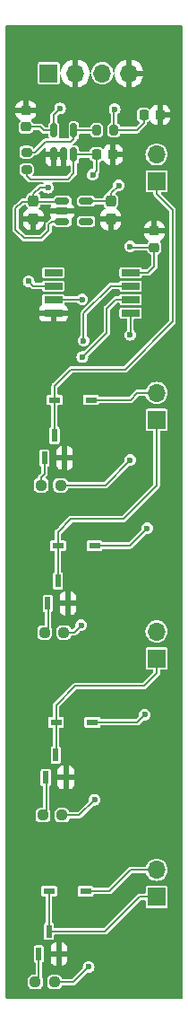
<source format=gbr>
G04 #@! TF.GenerationSoftware,KiCad,Pcbnew,8.0.1*
G04 #@! TF.CreationDate,2025-02-25T21:33:37-07:00*
G04 #@! TF.ProjectId,VibrationBand,56696272-6174-4696-9f6e-42616e642e6b,rev?*
G04 #@! TF.SameCoordinates,Original*
G04 #@! TF.FileFunction,Copper,L1,Top*
G04 #@! TF.FilePolarity,Positive*
%FSLAX46Y46*%
G04 Gerber Fmt 4.6, Leading zero omitted, Abs format (unit mm)*
G04 Created by KiCad (PCBNEW 8.0.1) date 2025-02-25 21:33:37*
%MOMM*%
%LPD*%
G01*
G04 APERTURE LIST*
G04 Aperture macros list*
%AMRoundRect*
0 Rectangle with rounded corners*
0 $1 Rounding radius*
0 $2 $3 $4 $5 $6 $7 $8 $9 X,Y pos of 4 corners*
0 Add a 4 corners polygon primitive as box body*
4,1,4,$2,$3,$4,$5,$6,$7,$8,$9,$2,$3,0*
0 Add four circle primitives for the rounded corners*
1,1,$1+$1,$2,$3*
1,1,$1+$1,$4,$5*
1,1,$1+$1,$6,$7*
1,1,$1+$1,$8,$9*
0 Add four rect primitives between the rounded corners*
20,1,$1+$1,$2,$3,$4,$5,0*
20,1,$1+$1,$4,$5,$6,$7,0*
20,1,$1+$1,$6,$7,$8,$9,0*
20,1,$1+$1,$8,$9,$2,$3,0*%
G04 Aperture macros list end*
G04 #@! TA.AperFunction,SMDPad,CuDef*
%ADD10RoundRect,0.237500X0.250000X0.237500X-0.250000X0.237500X-0.250000X-0.237500X0.250000X-0.237500X0*%
G04 #@! TD*
G04 #@! TA.AperFunction,SMDPad,CuDef*
%ADD11R,1.111200X0.600800*%
G04 #@! TD*
G04 #@! TA.AperFunction,SMDPad,CuDef*
%ADD12R,1.700000X0.650000*%
G04 #@! TD*
G04 #@! TA.AperFunction,ComponentPad*
%ADD13R,1.700000X1.700000*%
G04 #@! TD*
G04 #@! TA.AperFunction,ComponentPad*
%ADD14O,1.700000X1.700000*%
G04 #@! TD*
G04 #@! TA.AperFunction,SMDPad,CuDef*
%ADD15RoundRect,0.225000X0.225000X0.250000X-0.225000X0.250000X-0.225000X-0.250000X0.225000X-0.250000X0*%
G04 #@! TD*
G04 #@! TA.AperFunction,SMDPad,CuDef*
%ADD16RoundRect,0.200000X-0.200000X-0.275000X0.200000X-0.275000X0.200000X0.275000X-0.200000X0.275000X0*%
G04 #@! TD*
G04 #@! TA.AperFunction,SMDPad,CuDef*
%ADD17R,0.558800X1.219200*%
G04 #@! TD*
G04 #@! TA.AperFunction,SMDPad,CuDef*
%ADD18RoundRect,0.225000X-0.250000X0.225000X-0.250000X-0.225000X0.250000X-0.225000X0.250000X0.225000X0*%
G04 #@! TD*
G04 #@! TA.AperFunction,SMDPad,CuDef*
%ADD19RoundRect,0.225000X0.250000X-0.225000X0.250000X0.225000X-0.250000X0.225000X-0.250000X-0.225000X0*%
G04 #@! TD*
G04 #@! TA.AperFunction,SMDPad,CuDef*
%ADD20RoundRect,0.150000X-0.512500X-0.150000X0.512500X-0.150000X0.512500X0.150000X-0.512500X0.150000X0*%
G04 #@! TD*
G04 #@! TA.AperFunction,SMDPad,CuDef*
%ADD21RoundRect,0.237500X0.237500X-0.300000X0.237500X0.300000X-0.237500X0.300000X-0.237500X-0.300000X0*%
G04 #@! TD*
G04 #@! TA.AperFunction,SMDPad,CuDef*
%ADD22RoundRect,0.150000X0.150000X-0.512500X0.150000X0.512500X-0.150000X0.512500X-0.150000X-0.512500X0*%
G04 #@! TD*
G04 #@! TA.AperFunction,SMDPad,CuDef*
%ADD23RoundRect,0.237500X-0.237500X0.300000X-0.237500X-0.300000X0.237500X-0.300000X0.237500X0.300000X0*%
G04 #@! TD*
G04 #@! TA.AperFunction,SMDPad,CuDef*
%ADD24RoundRect,0.200000X0.275000X-0.200000X0.275000X0.200000X-0.275000X0.200000X-0.275000X-0.200000X0*%
G04 #@! TD*
G04 #@! TA.AperFunction,ViaPad*
%ADD25C,0.600000*%
G04 #@! TD*
G04 #@! TA.AperFunction,Conductor*
%ADD26C,0.200000*%
G04 #@! TD*
G04 APERTURE END LIST*
D10*
X109355000Y-135540000D03*
X107530000Y-135540000D03*
X109910000Y-88670000D03*
X108085000Y-88670000D03*
D11*
X113120000Y-94370000D03*
X109670000Y-94370000D03*
D12*
X109235000Y-68610000D03*
X109235000Y-69880000D03*
X109235000Y-71150000D03*
X109235000Y-72420000D03*
X116535000Y-72420000D03*
X116535000Y-71150000D03*
X116535000Y-69880000D03*
X116535000Y-68610000D03*
D13*
X119000000Y-127500000D03*
D14*
X119000000Y-124960000D03*
D15*
X114870000Y-57475000D03*
X113320000Y-57475000D03*
D11*
X112280000Y-126950000D03*
X108830000Y-126950000D03*
X112930000Y-111030000D03*
X109480000Y-111030000D03*
D13*
X108780000Y-49800000D03*
D14*
X111320000Y-49800000D03*
X113860000Y-49800000D03*
X116400000Y-49800000D03*
D16*
X113320000Y-55175000D03*
X114970000Y-55175000D03*
D13*
X119000000Y-105000000D03*
D14*
X119000000Y-102460000D03*
D17*
X107849000Y-132896800D03*
X109754000Y-132896800D03*
X108801500Y-130763200D03*
D18*
X118780000Y-64690000D03*
X118780000Y-66240000D03*
D13*
X119000000Y-60000000D03*
D14*
X119000000Y-57460000D03*
D10*
X110230000Y-102550000D03*
X108405000Y-102550000D03*
D15*
X119330000Y-53740000D03*
X117780000Y-53740000D03*
D19*
X106630000Y-54860000D03*
X106630000Y-53310000D03*
D20*
X110065000Y-61880000D03*
X110065000Y-62830000D03*
X110065000Y-63780000D03*
X112340000Y-63780000D03*
X112340000Y-61880000D03*
D21*
X107335000Y-63557500D03*
X107335000Y-61832500D03*
D17*
X108385000Y-86110000D03*
X110290000Y-86110000D03*
X109337500Y-83976400D03*
D22*
X109270000Y-57475000D03*
X110220000Y-57475000D03*
X111170000Y-57475000D03*
X111170000Y-55200000D03*
X109270000Y-55200000D03*
D17*
X108515000Y-116250000D03*
X110420000Y-116250000D03*
X109467500Y-114116400D03*
D10*
X110070000Y-119810000D03*
X108245000Y-119810000D03*
D23*
X114655000Y-61852500D03*
X114655000Y-63577500D03*
D13*
X119000000Y-82500000D03*
D14*
X119000000Y-79960000D03*
D11*
X112790000Y-80620000D03*
X109340000Y-80620000D03*
D17*
X108699000Y-99826800D03*
X110604000Y-99826800D03*
X109651500Y-97693200D03*
D24*
X106690000Y-58900000D03*
X106690000Y-57250000D03*
D25*
X108720000Y-60590000D03*
X112950000Y-59390000D03*
X116490000Y-74490000D03*
X116500000Y-86310000D03*
X111980000Y-76580000D03*
X111870000Y-101880000D03*
X112090000Y-75030000D03*
X113130000Y-118330000D03*
X111960000Y-71150000D03*
X112570000Y-134110000D03*
X116500000Y-66160000D03*
X118110000Y-92730000D03*
X115415000Y-60380000D03*
X117870000Y-110330000D03*
X109870000Y-53130000D03*
X106900000Y-69430000D03*
X115030000Y-53200000D03*
D26*
X106465000Y-65350000D02*
X105665000Y-64550000D01*
X105665000Y-62560000D02*
X106305000Y-61920000D01*
X106305000Y-61920000D02*
X110025000Y-61920000D01*
X105665000Y-64550000D02*
X105665000Y-62560000D01*
X110025000Y-61920000D02*
X110065000Y-61880000D01*
X108785000Y-64100000D02*
X108785000Y-64670000D01*
X108105000Y-65350000D02*
X106465000Y-65350000D01*
X107960000Y-60590000D02*
X107335000Y-61215000D01*
X107335000Y-61215000D02*
X107335000Y-61832500D01*
X108785000Y-64670000D02*
X108105000Y-65350000D01*
X110065000Y-63780000D02*
X109105000Y-63780000D01*
X109105000Y-63780000D02*
X108785000Y-64100000D01*
X108720000Y-60590000D02*
X107960000Y-60590000D01*
X110590000Y-59820000D02*
X111170000Y-59240000D01*
X111170000Y-59240000D02*
X111170000Y-57475000D01*
X106690000Y-59470000D02*
X107040000Y-59820000D01*
X113320000Y-57475000D02*
X111170000Y-57475000D01*
X113320000Y-59020000D02*
X112950000Y-59390000D01*
X107040000Y-59820000D02*
X110590000Y-59820000D01*
X113320000Y-57475000D02*
X113320000Y-59020000D01*
X106690000Y-58900000D02*
X106690000Y-59470000D01*
X108400000Y-88670000D02*
X108440000Y-88630000D01*
X108440000Y-86165000D02*
X108385000Y-86110000D01*
X108385000Y-87605000D02*
X108385000Y-86110000D01*
X108085000Y-88670000D02*
X108085000Y-87905000D01*
X108085000Y-87905000D02*
X108385000Y-87605000D01*
X109595000Y-88670000D02*
X114140000Y-88670000D01*
X116490000Y-74490000D02*
X116535000Y-74445000D01*
X114140000Y-88670000D02*
X116500000Y-86310000D01*
X116535000Y-74445000D02*
X116535000Y-72420000D01*
X115130000Y-71150000D02*
X116535000Y-71150000D01*
X114290000Y-74270000D02*
X114290000Y-71990000D01*
X111980000Y-76580000D02*
X114290000Y-74270000D01*
X114290000Y-71990000D02*
X115130000Y-71150000D01*
X111200000Y-102550000D02*
X111870000Y-101880000D01*
X109915000Y-102550000D02*
X111200000Y-102550000D01*
X108720000Y-102550000D02*
X108720000Y-99847800D01*
X108720000Y-99847800D02*
X108699000Y-99826800D01*
X108560000Y-116295000D02*
X108515000Y-116250000D01*
X108560000Y-119810000D02*
X108560000Y-116295000D01*
X111650000Y-119810000D02*
X113130000Y-118330000D01*
X112090000Y-72440000D02*
X114650000Y-69880000D01*
X109755000Y-119810000D02*
X111650000Y-119810000D01*
X112090000Y-75030000D02*
X112090000Y-72440000D01*
X114650000Y-69880000D02*
X116535000Y-69880000D01*
X107845000Y-132900800D02*
X107849000Y-132896800D01*
X107845000Y-135540000D02*
X107845000Y-132900800D01*
X109040000Y-135540000D02*
X111140000Y-135540000D01*
X111140000Y-135540000D02*
X112570000Y-134110000D01*
X111960000Y-71150000D02*
X109235000Y-71150000D01*
X109315000Y-68690000D02*
X109235000Y-68610000D01*
X109337500Y-80622500D02*
X109340000Y-80620000D01*
X109340000Y-80620000D02*
X109340000Y-79300000D01*
X109337500Y-83976400D02*
X109337500Y-80622500D01*
X119000000Y-61180000D02*
X119000000Y-60000000D01*
X109340000Y-79300000D02*
X110900000Y-77740000D01*
X120510000Y-73230000D02*
X120510000Y-62690000D01*
X110900000Y-77740000D02*
X116000000Y-77740000D01*
X120510000Y-62690000D02*
X119000000Y-61180000D01*
X116000000Y-77740000D02*
X120510000Y-73230000D01*
X110900000Y-91860000D02*
X115850000Y-91860000D01*
X109670000Y-94370000D02*
X109670000Y-93090000D01*
X109651500Y-97693200D02*
X109651500Y-94388500D01*
X119000000Y-88710000D02*
X119000000Y-82500000D01*
X115850000Y-91860000D02*
X119000000Y-88710000D01*
X109651500Y-94388500D02*
X109670000Y-94370000D01*
X109670000Y-93090000D02*
X110900000Y-91860000D01*
X109480000Y-114103900D02*
X109467500Y-114116400D01*
X111290000Y-107610000D02*
X117810000Y-107610000D01*
X119000000Y-106420000D02*
X119000000Y-105000000D01*
X109480000Y-111030000D02*
X109480000Y-114103900D01*
X117810000Y-107610000D02*
X119000000Y-106420000D01*
X109480000Y-111030000D02*
X109480000Y-109420000D01*
X109480000Y-109420000D02*
X111290000Y-107610000D01*
X108801500Y-130763200D02*
X108801500Y-126978500D01*
X114106800Y-130763200D02*
X108801500Y-130763200D01*
X119000000Y-127500000D02*
X117370000Y-127500000D01*
X108801500Y-126978500D02*
X108830000Y-126950000D01*
X117370000Y-127500000D02*
X114106800Y-130763200D01*
X116470000Y-94370000D02*
X118110000Y-92730000D01*
X109270000Y-55200000D02*
X108320000Y-55200000D01*
X112790000Y-80620000D02*
X116510000Y-80620000D01*
X107980000Y-54860000D02*
X106630000Y-54860000D01*
X114655000Y-61140000D02*
X114655000Y-61940000D01*
X114540000Y-126950000D02*
X116530000Y-124960000D01*
X115415000Y-60380000D02*
X114655000Y-61140000D01*
X118780000Y-68000000D02*
X118780000Y-66240000D01*
X118170000Y-68610000D02*
X118780000Y-68000000D01*
X116530000Y-124960000D02*
X119000000Y-124960000D01*
X112280000Y-126950000D02*
X114540000Y-126950000D01*
X112930000Y-111030000D02*
X117170000Y-111030000D01*
X118780000Y-66240000D02*
X116580000Y-66240000D01*
X116580000Y-66240000D02*
X116500000Y-66160000D01*
X116535000Y-68610000D02*
X118170000Y-68610000D01*
X109270000Y-55200000D02*
X109270000Y-53730000D01*
X117170000Y-79960000D02*
X119000000Y-79960000D01*
X108320000Y-55200000D02*
X107980000Y-54860000D01*
X113120000Y-94370000D02*
X116470000Y-94370000D01*
X109270000Y-53730000D02*
X109870000Y-53130000D01*
X117170000Y-111030000D02*
X117870000Y-110330000D01*
X114655000Y-61940000D02*
X114595000Y-61880000D01*
X116510000Y-80620000D02*
X117170000Y-79960000D01*
X114595000Y-61880000D02*
X112340000Y-61880000D01*
X114970000Y-55175000D02*
X114970000Y-53260000D01*
X117125000Y-55175000D02*
X117780000Y-54520000D01*
X114970000Y-55175000D02*
X115040000Y-55175000D01*
X114970000Y-55175000D02*
X117125000Y-55175000D01*
X115040000Y-55175000D02*
X115070000Y-55145000D01*
X114970000Y-53260000D02*
X115030000Y-53200000D01*
X114980000Y-55165000D02*
X114970000Y-55175000D01*
X117780000Y-54520000D02*
X117780000Y-53740000D01*
X109235000Y-69880000D02*
X107350000Y-69880000D01*
X107350000Y-69880000D02*
X106900000Y-69430000D01*
X113295000Y-55200000D02*
X113320000Y-55175000D01*
X111170000Y-55990000D02*
X111170000Y-55200000D01*
X110890000Y-56270000D02*
X111170000Y-55990000D01*
X106690000Y-57250000D02*
X107510000Y-57250000D01*
X107510000Y-57250000D02*
X108490000Y-56270000D01*
X108490000Y-56270000D02*
X110890000Y-56270000D01*
X111170000Y-55200000D02*
X113295000Y-55200000D01*
G04 #@! TA.AperFunction,Conductor*
G36*
X121422638Y-45318093D02*
G01*
X121448358Y-45362642D01*
X121449500Y-45375700D01*
X121449500Y-137024300D01*
X121431907Y-137072638D01*
X121387358Y-137098358D01*
X121374300Y-137099500D01*
X104785700Y-137099500D01*
X104737362Y-137081907D01*
X104711642Y-137037358D01*
X104710500Y-137024300D01*
X104710500Y-135830264D01*
X106842000Y-135830264D01*
X106844774Y-135859842D01*
X106844775Y-135859849D01*
X106844776Y-135859851D01*
X106888382Y-135984472D01*
X106888384Y-135984475D01*
X106966789Y-136090711D01*
X107073024Y-136169115D01*
X107073027Y-136169117D01*
X107102942Y-136179584D01*
X107197651Y-136212725D01*
X107227235Y-136215499D01*
X107227238Y-136215500D01*
X107227244Y-136215500D01*
X107832762Y-136215500D01*
X107832763Y-136215499D01*
X107862349Y-136212725D01*
X107986975Y-136169116D01*
X108093211Y-136090711D01*
X108171616Y-135984475D01*
X108215225Y-135859849D01*
X108217999Y-135830264D01*
X108667000Y-135830264D01*
X108669774Y-135859842D01*
X108669775Y-135859849D01*
X108669776Y-135859851D01*
X108713382Y-135984472D01*
X108713384Y-135984475D01*
X108791789Y-136090711D01*
X108898024Y-136169115D01*
X108898027Y-136169117D01*
X108927942Y-136179584D01*
X109022651Y-136212725D01*
X109052235Y-136215499D01*
X109052238Y-136215500D01*
X109052244Y-136215500D01*
X109657762Y-136215500D01*
X109657763Y-136215499D01*
X109687349Y-136212725D01*
X109811975Y-136169116D01*
X109918211Y-136090711D01*
X109996616Y-135984475D01*
X110029373Y-135890861D01*
X110061943Y-135851049D01*
X110100352Y-135840500D01*
X111179560Y-135840500D01*
X111179562Y-135840500D01*
X111255989Y-135820021D01*
X111324511Y-135780460D01*
X111380460Y-135724511D01*
X112428654Y-134676315D01*
X112475273Y-134654576D01*
X112491637Y-134654932D01*
X112570000Y-134665250D01*
X112713709Y-134646330D01*
X112847625Y-134590861D01*
X112962621Y-134502621D01*
X113050861Y-134387625D01*
X113106330Y-134253709D01*
X113125250Y-134110000D01*
X113106330Y-133966291D01*
X113050861Y-133832375D01*
X113050860Y-133832374D01*
X113050860Y-133832373D01*
X112962621Y-133717378D01*
X112847626Y-133629139D01*
X112752936Y-133589918D01*
X112713709Y-133573670D01*
X112570000Y-133554750D01*
X112426291Y-133573670D01*
X112426288Y-133573670D01*
X112426288Y-133573671D01*
X112292373Y-133629139D01*
X112177378Y-133717378D01*
X112089139Y-133832373D01*
X112040521Y-133949750D01*
X112033670Y-133966291D01*
X112014750Y-134110000D01*
X112025065Y-134188356D01*
X112013931Y-134238577D01*
X112003682Y-134251345D01*
X111037555Y-135217474D01*
X110990935Y-135239214D01*
X110984381Y-135239500D01*
X110100352Y-135239500D01*
X110052014Y-135221907D01*
X110029373Y-135189138D01*
X109996616Y-135095525D01*
X109918211Y-134989289D01*
X109811975Y-134910884D01*
X109811972Y-134910882D01*
X109717266Y-134877743D01*
X109687349Y-134867275D01*
X109687344Y-134867274D01*
X109687342Y-134867274D01*
X109657764Y-134864500D01*
X109657756Y-134864500D01*
X109052244Y-134864500D01*
X109052235Y-134864500D01*
X109022657Y-134867274D01*
X109022653Y-134867274D01*
X109022651Y-134867275D01*
X109022648Y-134867275D01*
X109022648Y-134867276D01*
X108898027Y-134910882D01*
X108898024Y-134910884D01*
X108791789Y-134989289D01*
X108713384Y-135095524D01*
X108713382Y-135095527D01*
X108669776Y-135220148D01*
X108669774Y-135220157D01*
X108667000Y-135249735D01*
X108667000Y-135830264D01*
X108217999Y-135830264D01*
X108217999Y-135830263D01*
X108218000Y-135830262D01*
X108218000Y-135249738D01*
X108217999Y-135249735D01*
X108217039Y-135239500D01*
X108215225Y-135220151D01*
X108171616Y-135095525D01*
X108160192Y-135080046D01*
X108145500Y-135035393D01*
X108145500Y-133769141D01*
X108163093Y-133720803D01*
X108200114Y-133698889D01*
X108199788Y-133698101D01*
X108205312Y-133695812D01*
X108206033Y-133695385D01*
X108206631Y-133695267D01*
X108272952Y-133650952D01*
X108317267Y-133584631D01*
X108328900Y-133526148D01*
X108328900Y-133146800D01*
X108974600Y-133146800D01*
X108974600Y-133554231D01*
X108981001Y-133613774D01*
X108981002Y-133613777D01*
X109031248Y-133748490D01*
X109031249Y-133748492D01*
X109117410Y-133863589D01*
X109232507Y-133949750D01*
X109232509Y-133949751D01*
X109367222Y-133999997D01*
X109367225Y-133999998D01*
X109426768Y-134006399D01*
X109426780Y-134006400D01*
X109504000Y-134006400D01*
X109504000Y-133146800D01*
X110004000Y-133146800D01*
X110004000Y-134006400D01*
X110081220Y-134006400D01*
X110081231Y-134006399D01*
X110140774Y-133999998D01*
X110140777Y-133999997D01*
X110275490Y-133949751D01*
X110275492Y-133949750D01*
X110390589Y-133863589D01*
X110476750Y-133748492D01*
X110476751Y-133748490D01*
X110526997Y-133613777D01*
X110526998Y-133613774D01*
X110533399Y-133554231D01*
X110533400Y-133554220D01*
X110533400Y-133146800D01*
X110004000Y-133146800D01*
X109504000Y-133146800D01*
X108974600Y-133146800D01*
X108328900Y-133146800D01*
X108328900Y-132646800D01*
X108974600Y-132646800D01*
X109504000Y-132646800D01*
X109504000Y-131787200D01*
X110004000Y-131787200D01*
X110004000Y-132646800D01*
X110533400Y-132646800D01*
X110533400Y-132239380D01*
X110533399Y-132239368D01*
X110526998Y-132179825D01*
X110526997Y-132179822D01*
X110476751Y-132045109D01*
X110476750Y-132045107D01*
X110390589Y-131930010D01*
X110275492Y-131843849D01*
X110275490Y-131843848D01*
X110140777Y-131793602D01*
X110140774Y-131793601D01*
X110081231Y-131787200D01*
X110004000Y-131787200D01*
X109504000Y-131787200D01*
X109426768Y-131787200D01*
X109367225Y-131793601D01*
X109367222Y-131793602D01*
X109232509Y-131843848D01*
X109232507Y-131843849D01*
X109117410Y-131930010D01*
X109031249Y-132045107D01*
X109031248Y-132045109D01*
X108981002Y-132179822D01*
X108981001Y-132179825D01*
X108974600Y-132239368D01*
X108974600Y-132646800D01*
X108328900Y-132646800D01*
X108328900Y-132267452D01*
X108317267Y-132208969D01*
X108272952Y-132142648D01*
X108206631Y-132098333D01*
X108206629Y-132098332D01*
X108148149Y-132086700D01*
X108148148Y-132086700D01*
X107549852Y-132086700D01*
X107549851Y-132086700D01*
X107491370Y-132098332D01*
X107491368Y-132098333D01*
X107425048Y-132142648D01*
X107380733Y-132208968D01*
X107380732Y-132208970D01*
X107369100Y-132267451D01*
X107369100Y-133526148D01*
X107380732Y-133584629D01*
X107380733Y-133584631D01*
X107425048Y-133650952D01*
X107491369Y-133695267D01*
X107491374Y-133695268D01*
X107498076Y-133698044D01*
X107536002Y-133732796D01*
X107544500Y-133767521D01*
X107544500Y-134789300D01*
X107526907Y-134837638D01*
X107482358Y-134863358D01*
X107469300Y-134864500D01*
X107227235Y-134864500D01*
X107197657Y-134867274D01*
X107197653Y-134867274D01*
X107197651Y-134867275D01*
X107197648Y-134867275D01*
X107197648Y-134867276D01*
X107073027Y-134910882D01*
X107073024Y-134910884D01*
X106966789Y-134989289D01*
X106888384Y-135095524D01*
X106888382Y-135095527D01*
X106844776Y-135220148D01*
X106844774Y-135220157D01*
X106842000Y-135249735D01*
X106842000Y-135830264D01*
X104710500Y-135830264D01*
X104710500Y-127270148D01*
X108073900Y-127270148D01*
X108085532Y-127328629D01*
X108085533Y-127328631D01*
X108129848Y-127394952D01*
X108196169Y-127439267D01*
X108225410Y-127445083D01*
X108254651Y-127450900D01*
X108254652Y-127450900D01*
X108425800Y-127450900D01*
X108474138Y-127468493D01*
X108499858Y-127513042D01*
X108501000Y-127526100D01*
X108501000Y-129891653D01*
X108483407Y-129939991D01*
X108449865Y-129959851D01*
X108450713Y-129961898D01*
X108443870Y-129964732D01*
X108377548Y-130009048D01*
X108333233Y-130075368D01*
X108333232Y-130075370D01*
X108321600Y-130133851D01*
X108321600Y-131392548D01*
X108333232Y-131451029D01*
X108333233Y-131451031D01*
X108377548Y-131517352D01*
X108443869Y-131561667D01*
X108473110Y-131567483D01*
X108502351Y-131573300D01*
X108502352Y-131573300D01*
X109100649Y-131573300D01*
X109120142Y-131569422D01*
X109159131Y-131561667D01*
X109225452Y-131517352D01*
X109269767Y-131451031D01*
X109281400Y-131392548D01*
X109281400Y-131138900D01*
X109298993Y-131090562D01*
X109343542Y-131064842D01*
X109356600Y-131063700D01*
X114146360Y-131063700D01*
X114146362Y-131063700D01*
X114222789Y-131043221D01*
X114291311Y-131003660D01*
X114347260Y-130947711D01*
X117472445Y-127822526D01*
X117519065Y-127800786D01*
X117525619Y-127800500D01*
X117874300Y-127800500D01*
X117922638Y-127818093D01*
X117948358Y-127862642D01*
X117949500Y-127875700D01*
X117949500Y-128369748D01*
X117961132Y-128428229D01*
X117961133Y-128428231D01*
X118005448Y-128494552D01*
X118071769Y-128538867D01*
X118101010Y-128544683D01*
X118130251Y-128550500D01*
X118130252Y-128550500D01*
X119869749Y-128550500D01*
X119889242Y-128546622D01*
X119928231Y-128538867D01*
X119994552Y-128494552D01*
X120038867Y-128428231D01*
X120050500Y-128369748D01*
X120050500Y-126630252D01*
X120050420Y-126629852D01*
X120038867Y-126571770D01*
X120038866Y-126571768D01*
X120038600Y-126571370D01*
X119994552Y-126505448D01*
X119928231Y-126461133D01*
X119928229Y-126461132D01*
X119869749Y-126449500D01*
X119869748Y-126449500D01*
X118130252Y-126449500D01*
X118130251Y-126449500D01*
X118071770Y-126461132D01*
X118071768Y-126461133D01*
X118005448Y-126505448D01*
X117961133Y-126571768D01*
X117961132Y-126571770D01*
X117949500Y-126630251D01*
X117949500Y-127124300D01*
X117931907Y-127172638D01*
X117887358Y-127198358D01*
X117874300Y-127199500D01*
X117409562Y-127199500D01*
X117330438Y-127199500D01*
X117254012Y-127219978D01*
X117254004Y-127219981D01*
X117185488Y-127259539D01*
X114004355Y-130440674D01*
X113957735Y-130462414D01*
X113951181Y-130462700D01*
X109356600Y-130462700D01*
X109308262Y-130445107D01*
X109282542Y-130400558D01*
X109281400Y-130387500D01*
X109281400Y-130133851D01*
X109269767Y-130075370D01*
X109269766Y-130075368D01*
X109225452Y-130009048D01*
X109159131Y-129964733D01*
X109159130Y-129964732D01*
X109159129Y-129964732D01*
X109152287Y-129961898D01*
X109153181Y-129959739D01*
X109118543Y-129938711D01*
X109102000Y-129891653D01*
X109102000Y-127526100D01*
X109119593Y-127477762D01*
X109164142Y-127452042D01*
X109177200Y-127450900D01*
X109405349Y-127450900D01*
X109424842Y-127447022D01*
X109463831Y-127439267D01*
X109530152Y-127394952D01*
X109574467Y-127328631D01*
X109586100Y-127270148D01*
X111523900Y-127270148D01*
X111535532Y-127328629D01*
X111535533Y-127328631D01*
X111579848Y-127394952D01*
X111646169Y-127439267D01*
X111675410Y-127445083D01*
X111704651Y-127450900D01*
X111704652Y-127450900D01*
X112855349Y-127450900D01*
X112874842Y-127447022D01*
X112913831Y-127439267D01*
X112980152Y-127394952D01*
X113024467Y-127328631D01*
X113027968Y-127311029D01*
X113054653Y-127267053D01*
X113101723Y-127250500D01*
X114579560Y-127250500D01*
X114579562Y-127250500D01*
X114655989Y-127230021D01*
X114724511Y-127190460D01*
X114780460Y-127134511D01*
X116632445Y-125282526D01*
X116679065Y-125260786D01*
X116685619Y-125260500D01*
X117937613Y-125260500D01*
X117985951Y-125278093D01*
X118009575Y-125313871D01*
X118024765Y-125363947D01*
X118024770Y-125363959D01*
X118122312Y-125546445D01*
X118122315Y-125546450D01*
X118253590Y-125706410D01*
X118413550Y-125837685D01*
X118596046Y-125935232D01*
X118596050Y-125935233D01*
X118596052Y-125935234D01*
X118669778Y-125957598D01*
X118794066Y-125995300D01*
X119000000Y-126015583D01*
X119205934Y-125995300D01*
X119403954Y-125935232D01*
X119586450Y-125837685D01*
X119746410Y-125706410D01*
X119877685Y-125546450D01*
X119975232Y-125363954D01*
X120035300Y-125165934D01*
X120055583Y-124960000D01*
X120035300Y-124754066D01*
X119975232Y-124556046D01*
X119877685Y-124373550D01*
X119746410Y-124213590D01*
X119586450Y-124082315D01*
X119586445Y-124082312D01*
X119403959Y-123984770D01*
X119403947Y-123984765D01*
X119205932Y-123924699D01*
X119000000Y-123904417D01*
X118794067Y-123924699D01*
X118596052Y-123984765D01*
X118596040Y-123984770D01*
X118413554Y-124082312D01*
X118413549Y-124082315D01*
X118253590Y-124213590D01*
X118122315Y-124373549D01*
X118122312Y-124373554D01*
X118024770Y-124556040D01*
X118024765Y-124556052D01*
X118009575Y-124606129D01*
X117978708Y-124647278D01*
X117937613Y-124659500D01*
X116490438Y-124659500D01*
X116452224Y-124669739D01*
X116414009Y-124679979D01*
X116345490Y-124719539D01*
X116345484Y-124719543D01*
X114437555Y-126627474D01*
X114390935Y-126649214D01*
X114384381Y-126649500D01*
X113101723Y-126649500D01*
X113053385Y-126631907D01*
X113027968Y-126588970D01*
X113024467Y-126571369D01*
X112980152Y-126505048D01*
X112913831Y-126460733D01*
X112913829Y-126460732D01*
X112855349Y-126449100D01*
X112855348Y-126449100D01*
X111704652Y-126449100D01*
X111704651Y-126449100D01*
X111646170Y-126460732D01*
X111646168Y-126460733D01*
X111579848Y-126505048D01*
X111535533Y-126571368D01*
X111535532Y-126571370D01*
X111523900Y-126629851D01*
X111523900Y-127270148D01*
X109586100Y-127270148D01*
X109586100Y-126629852D01*
X109574467Y-126571369D01*
X109530152Y-126505048D01*
X109463831Y-126460733D01*
X109463829Y-126460732D01*
X109405349Y-126449100D01*
X109405348Y-126449100D01*
X108254652Y-126449100D01*
X108254651Y-126449100D01*
X108196170Y-126460732D01*
X108196168Y-126460733D01*
X108129848Y-126505048D01*
X108085533Y-126571368D01*
X108085532Y-126571370D01*
X108073900Y-126629851D01*
X108073900Y-127270148D01*
X104710500Y-127270148D01*
X104710500Y-120100264D01*
X107557000Y-120100264D01*
X107559774Y-120129842D01*
X107559775Y-120129849D01*
X107559776Y-120129851D01*
X107603382Y-120254472D01*
X107603384Y-120254475D01*
X107681789Y-120360711D01*
X107788024Y-120439115D01*
X107788027Y-120439117D01*
X107817942Y-120449584D01*
X107912651Y-120482725D01*
X107942235Y-120485499D01*
X107942238Y-120485500D01*
X107942244Y-120485500D01*
X108547762Y-120485500D01*
X108547763Y-120485499D01*
X108577349Y-120482725D01*
X108701975Y-120439116D01*
X108808211Y-120360711D01*
X108886616Y-120254475D01*
X108930225Y-120129849D01*
X108932999Y-120100264D01*
X109382000Y-120100264D01*
X109384774Y-120129842D01*
X109384775Y-120129849D01*
X109384776Y-120129851D01*
X109428382Y-120254472D01*
X109428384Y-120254475D01*
X109506789Y-120360711D01*
X109613024Y-120439115D01*
X109613027Y-120439117D01*
X109642942Y-120449584D01*
X109737651Y-120482725D01*
X109767235Y-120485499D01*
X109767238Y-120485500D01*
X109767244Y-120485500D01*
X110372762Y-120485500D01*
X110372763Y-120485499D01*
X110402349Y-120482725D01*
X110526975Y-120439116D01*
X110633211Y-120360711D01*
X110711616Y-120254475D01*
X110744373Y-120160861D01*
X110776943Y-120121049D01*
X110815352Y-120110500D01*
X111689560Y-120110500D01*
X111689562Y-120110500D01*
X111765989Y-120090021D01*
X111834511Y-120050460D01*
X111890460Y-119994511D01*
X112988654Y-118896315D01*
X113035273Y-118874576D01*
X113051637Y-118874932D01*
X113130000Y-118885250D01*
X113273709Y-118866330D01*
X113407625Y-118810861D01*
X113522621Y-118722621D01*
X113610861Y-118607625D01*
X113666330Y-118473709D01*
X113685250Y-118330000D01*
X113666330Y-118186291D01*
X113610861Y-118052375D01*
X113610860Y-118052374D01*
X113610860Y-118052373D01*
X113522621Y-117937378D01*
X113407626Y-117849139D01*
X113273711Y-117793671D01*
X113273709Y-117793670D01*
X113130000Y-117774750D01*
X112986291Y-117793670D01*
X112986288Y-117793670D01*
X112986288Y-117793671D01*
X112852373Y-117849139D01*
X112737378Y-117937378D01*
X112649139Y-118052373D01*
X112593671Y-118186288D01*
X112593670Y-118186291D01*
X112574750Y-118330000D01*
X112585065Y-118408356D01*
X112573931Y-118458577D01*
X112563682Y-118471345D01*
X111547555Y-119487474D01*
X111500935Y-119509214D01*
X111494381Y-119509500D01*
X110815352Y-119509500D01*
X110767014Y-119491907D01*
X110744373Y-119459138D01*
X110711616Y-119365525D01*
X110633211Y-119259289D01*
X110526975Y-119180884D01*
X110526972Y-119180882D01*
X110432266Y-119147743D01*
X110402349Y-119137275D01*
X110402344Y-119137274D01*
X110402342Y-119137274D01*
X110372764Y-119134500D01*
X110372756Y-119134500D01*
X109767244Y-119134500D01*
X109767235Y-119134500D01*
X109737657Y-119137274D01*
X109737653Y-119137274D01*
X109737651Y-119137275D01*
X109737648Y-119137275D01*
X109737648Y-119137276D01*
X109613027Y-119180882D01*
X109613024Y-119180884D01*
X109506789Y-119259289D01*
X109428384Y-119365524D01*
X109428382Y-119365527D01*
X109384776Y-119490148D01*
X109384774Y-119490157D01*
X109382000Y-119519735D01*
X109382000Y-120100264D01*
X108932999Y-120100264D01*
X108932999Y-120100263D01*
X108933000Y-120100262D01*
X108933000Y-119519738D01*
X108932999Y-119519735D01*
X108932039Y-119509500D01*
X108930225Y-119490151D01*
X108886616Y-119365525D01*
X108875192Y-119350046D01*
X108860500Y-119305393D01*
X108860500Y-117096767D01*
X108878093Y-117048429D01*
X108893921Y-117034241D01*
X108938952Y-117004152D01*
X108983267Y-116937831D01*
X108994900Y-116879348D01*
X108994900Y-116500000D01*
X109640600Y-116500000D01*
X109640600Y-116907431D01*
X109647001Y-116966974D01*
X109647002Y-116966977D01*
X109697248Y-117101690D01*
X109697249Y-117101692D01*
X109783410Y-117216789D01*
X109898507Y-117302950D01*
X109898509Y-117302951D01*
X110033222Y-117353197D01*
X110033225Y-117353198D01*
X110092768Y-117359599D01*
X110092780Y-117359600D01*
X110170000Y-117359600D01*
X110170000Y-116500000D01*
X110670000Y-116500000D01*
X110670000Y-117359600D01*
X110747220Y-117359600D01*
X110747231Y-117359599D01*
X110806774Y-117353198D01*
X110806777Y-117353197D01*
X110941490Y-117302951D01*
X110941492Y-117302950D01*
X111056589Y-117216789D01*
X111142750Y-117101692D01*
X111142751Y-117101690D01*
X111192997Y-116966977D01*
X111192998Y-116966974D01*
X111199399Y-116907431D01*
X111199400Y-116907420D01*
X111199400Y-116500000D01*
X110670000Y-116500000D01*
X110170000Y-116500000D01*
X109640600Y-116500000D01*
X108994900Y-116500000D01*
X108994900Y-116000000D01*
X109640600Y-116000000D01*
X110170000Y-116000000D01*
X110170000Y-115140400D01*
X110670000Y-115140400D01*
X110670000Y-116000000D01*
X111199400Y-116000000D01*
X111199400Y-115592580D01*
X111199399Y-115592568D01*
X111192998Y-115533025D01*
X111192997Y-115533022D01*
X111142751Y-115398309D01*
X111142750Y-115398307D01*
X111056589Y-115283210D01*
X110941492Y-115197049D01*
X110941490Y-115197048D01*
X110806777Y-115146802D01*
X110806774Y-115146801D01*
X110747231Y-115140400D01*
X110670000Y-115140400D01*
X110170000Y-115140400D01*
X110092768Y-115140400D01*
X110033225Y-115146801D01*
X110033222Y-115146802D01*
X109898509Y-115197048D01*
X109898507Y-115197049D01*
X109783410Y-115283210D01*
X109697249Y-115398307D01*
X109697248Y-115398309D01*
X109647002Y-115533022D01*
X109647001Y-115533025D01*
X109640600Y-115592568D01*
X109640600Y-116000000D01*
X108994900Y-116000000D01*
X108994900Y-115620652D01*
X108983267Y-115562169D01*
X108938952Y-115495848D01*
X108872631Y-115451533D01*
X108872629Y-115451532D01*
X108814149Y-115439900D01*
X108814148Y-115439900D01*
X108215852Y-115439900D01*
X108215851Y-115439900D01*
X108157370Y-115451532D01*
X108157368Y-115451533D01*
X108091048Y-115495848D01*
X108046733Y-115562168D01*
X108046732Y-115562170D01*
X108035100Y-115620651D01*
X108035100Y-116879348D01*
X108046732Y-116937829D01*
X108046733Y-116937831D01*
X108091048Y-117004152D01*
X108157369Y-117048467D01*
X108198971Y-117056742D01*
X108242947Y-117083427D01*
X108259500Y-117130497D01*
X108259500Y-119059300D01*
X108241907Y-119107638D01*
X108197358Y-119133358D01*
X108184300Y-119134500D01*
X107942235Y-119134500D01*
X107912657Y-119137274D01*
X107912653Y-119137274D01*
X107912651Y-119137275D01*
X107912648Y-119137275D01*
X107912648Y-119137276D01*
X107788027Y-119180882D01*
X107788024Y-119180884D01*
X107681789Y-119259289D01*
X107603384Y-119365524D01*
X107603382Y-119365527D01*
X107559776Y-119490148D01*
X107559774Y-119490157D01*
X107557000Y-119519735D01*
X107557000Y-120100264D01*
X104710500Y-120100264D01*
X104710500Y-111350148D01*
X108723900Y-111350148D01*
X108735532Y-111408629D01*
X108735533Y-111408631D01*
X108779848Y-111474952D01*
X108846169Y-111519267D01*
X108875410Y-111525083D01*
X108904651Y-111530900D01*
X108904652Y-111530900D01*
X109104300Y-111530900D01*
X109152638Y-111548493D01*
X109178358Y-111593042D01*
X109179500Y-111606100D01*
X109179500Y-113242367D01*
X109161907Y-113290705D01*
X109118973Y-113316122D01*
X109109870Y-113317932D01*
X109109868Y-113317933D01*
X109043548Y-113362248D01*
X108999233Y-113428568D01*
X108999232Y-113428570D01*
X108987600Y-113487051D01*
X108987600Y-114745748D01*
X108999232Y-114804229D01*
X108999233Y-114804231D01*
X109043548Y-114870552D01*
X109109869Y-114914867D01*
X109139110Y-114920683D01*
X109168351Y-114926500D01*
X109168352Y-114926500D01*
X109766649Y-114926500D01*
X109786142Y-114922622D01*
X109825131Y-114914867D01*
X109891452Y-114870552D01*
X109935767Y-114804231D01*
X109947400Y-114745748D01*
X109947400Y-113487052D01*
X109935767Y-113428569D01*
X109891452Y-113362248D01*
X109825131Y-113317933D01*
X109825130Y-113317932D01*
X109818972Y-113313818D01*
X109819977Y-113312312D01*
X109788994Y-113283918D01*
X109780500Y-113249199D01*
X109780500Y-111606100D01*
X109798093Y-111557762D01*
X109842642Y-111532042D01*
X109855700Y-111530900D01*
X110055349Y-111530900D01*
X110074842Y-111527022D01*
X110113831Y-111519267D01*
X110180152Y-111474952D01*
X110224467Y-111408631D01*
X110236100Y-111350148D01*
X112173900Y-111350148D01*
X112185532Y-111408629D01*
X112185533Y-111408631D01*
X112229848Y-111474952D01*
X112296169Y-111519267D01*
X112325410Y-111525083D01*
X112354651Y-111530900D01*
X112354652Y-111530900D01*
X113505349Y-111530900D01*
X113524842Y-111527022D01*
X113563831Y-111519267D01*
X113630152Y-111474952D01*
X113674467Y-111408631D01*
X113677968Y-111391029D01*
X113704653Y-111347053D01*
X113751723Y-111330500D01*
X117209560Y-111330500D01*
X117209562Y-111330500D01*
X117285989Y-111310021D01*
X117354511Y-111270460D01*
X117410460Y-111214511D01*
X117728655Y-110896315D01*
X117775274Y-110874576D01*
X117791637Y-110874932D01*
X117870000Y-110885250D01*
X118013709Y-110866330D01*
X118147625Y-110810861D01*
X118262621Y-110722621D01*
X118350861Y-110607625D01*
X118406330Y-110473709D01*
X118425250Y-110330000D01*
X118406330Y-110186291D01*
X118350861Y-110052375D01*
X118350860Y-110052374D01*
X118350860Y-110052373D01*
X118262621Y-109937378D01*
X118147626Y-109849139D01*
X118013711Y-109793671D01*
X118013709Y-109793670D01*
X117870000Y-109774750D01*
X117726291Y-109793670D01*
X117726288Y-109793670D01*
X117726288Y-109793671D01*
X117592373Y-109849139D01*
X117477378Y-109937378D01*
X117389139Y-110052373D01*
X117333671Y-110186288D01*
X117333670Y-110186291D01*
X117314750Y-110330000D01*
X117325065Y-110408355D01*
X117313931Y-110458576D01*
X117303683Y-110471344D01*
X117067555Y-110707474D01*
X117020934Y-110729214D01*
X117014380Y-110729500D01*
X113751723Y-110729500D01*
X113703385Y-110711907D01*
X113677968Y-110668970D01*
X113674467Y-110651371D01*
X113674467Y-110651370D01*
X113674467Y-110651369D01*
X113630152Y-110585048D01*
X113563831Y-110540733D01*
X113563829Y-110540732D01*
X113505349Y-110529100D01*
X113505348Y-110529100D01*
X112354652Y-110529100D01*
X112354651Y-110529100D01*
X112296170Y-110540732D01*
X112296168Y-110540733D01*
X112229848Y-110585048D01*
X112185533Y-110651368D01*
X112185532Y-110651370D01*
X112173900Y-110709851D01*
X112173900Y-111350148D01*
X110236100Y-111350148D01*
X110236100Y-110709852D01*
X110224467Y-110651369D01*
X110180152Y-110585048D01*
X110113831Y-110540733D01*
X110113829Y-110540732D01*
X110055349Y-110529100D01*
X110055348Y-110529100D01*
X109855700Y-110529100D01*
X109807362Y-110511507D01*
X109781642Y-110466958D01*
X109780500Y-110453900D01*
X109780500Y-109575619D01*
X109798093Y-109527281D01*
X109802526Y-109522445D01*
X111392445Y-107932526D01*
X111439065Y-107910786D01*
X111445619Y-107910500D01*
X117849560Y-107910500D01*
X117849562Y-107910500D01*
X117925989Y-107890021D01*
X117994511Y-107850460D01*
X118050460Y-107794511D01*
X119240460Y-106604511D01*
X119280021Y-106535989D01*
X119300500Y-106459562D01*
X119300500Y-106125700D01*
X119318093Y-106077362D01*
X119362642Y-106051642D01*
X119375700Y-106050500D01*
X119869749Y-106050500D01*
X119889242Y-106046622D01*
X119928231Y-106038867D01*
X119994552Y-105994552D01*
X120038867Y-105928231D01*
X120050500Y-105869748D01*
X120050500Y-104130252D01*
X120038867Y-104071769D01*
X119994552Y-104005448D01*
X119928231Y-103961133D01*
X119928229Y-103961132D01*
X119869749Y-103949500D01*
X119869748Y-103949500D01*
X118130252Y-103949500D01*
X118130251Y-103949500D01*
X118071770Y-103961132D01*
X118071768Y-103961133D01*
X118005448Y-104005448D01*
X117961133Y-104071768D01*
X117961132Y-104071770D01*
X117949500Y-104130251D01*
X117949500Y-105869748D01*
X117961132Y-105928229D01*
X117961133Y-105928231D01*
X118005448Y-105994552D01*
X118071769Y-106038867D01*
X118101010Y-106044683D01*
X118130251Y-106050500D01*
X118130252Y-106050500D01*
X118624300Y-106050500D01*
X118672638Y-106068093D01*
X118698358Y-106112642D01*
X118699500Y-106125700D01*
X118699500Y-106264381D01*
X118681907Y-106312719D01*
X118677474Y-106317555D01*
X117707555Y-107287474D01*
X117660935Y-107309214D01*
X117654381Y-107309500D01*
X111329562Y-107309500D01*
X111250438Y-107309500D01*
X111174012Y-107329978D01*
X111174004Y-107329981D01*
X111105488Y-107369539D01*
X109295489Y-109179540D01*
X109267514Y-109207514D01*
X109239540Y-109235488D01*
X109239539Y-109235490D01*
X109199979Y-109304009D01*
X109179500Y-109380439D01*
X109179500Y-110453900D01*
X109161907Y-110502238D01*
X109117358Y-110527958D01*
X109104300Y-110529100D01*
X108904651Y-110529100D01*
X108846170Y-110540732D01*
X108846168Y-110540733D01*
X108779848Y-110585048D01*
X108735533Y-110651368D01*
X108735532Y-110651370D01*
X108723900Y-110709851D01*
X108723900Y-111350148D01*
X104710500Y-111350148D01*
X104710500Y-102840264D01*
X107717000Y-102840264D01*
X107719774Y-102869842D01*
X107719775Y-102869849D01*
X107719776Y-102869851D01*
X107763382Y-102994472D01*
X107763384Y-102994475D01*
X107841789Y-103100711D01*
X107948024Y-103179115D01*
X107948027Y-103179117D01*
X107977942Y-103189584D01*
X108072651Y-103222725D01*
X108102235Y-103225499D01*
X108102238Y-103225500D01*
X108102244Y-103225500D01*
X108707762Y-103225500D01*
X108707763Y-103225499D01*
X108737349Y-103222725D01*
X108861975Y-103179116D01*
X108968211Y-103100711D01*
X109046616Y-102994475D01*
X109090225Y-102869849D01*
X109092999Y-102840264D01*
X109542000Y-102840264D01*
X109544774Y-102869842D01*
X109544775Y-102869849D01*
X109544776Y-102869851D01*
X109588382Y-102994472D01*
X109588384Y-102994475D01*
X109666789Y-103100711D01*
X109773024Y-103179115D01*
X109773027Y-103179117D01*
X109802942Y-103189584D01*
X109897651Y-103222725D01*
X109927235Y-103225499D01*
X109927238Y-103225500D01*
X109927244Y-103225500D01*
X110532762Y-103225500D01*
X110532763Y-103225499D01*
X110562349Y-103222725D01*
X110686975Y-103179116D01*
X110793211Y-103100711D01*
X110871616Y-102994475D01*
X110904373Y-102900861D01*
X110936943Y-102861049D01*
X110975352Y-102850500D01*
X111239560Y-102850500D01*
X111239562Y-102850500D01*
X111315989Y-102830021D01*
X111384511Y-102790460D01*
X111440460Y-102734511D01*
X111714970Y-102460000D01*
X117944417Y-102460000D01*
X117964699Y-102665932D01*
X118024765Y-102863947D01*
X118024770Y-102863959D01*
X118122312Y-103046445D01*
X118122315Y-103046450D01*
X118253590Y-103206410D01*
X118413550Y-103337685D01*
X118596046Y-103435232D01*
X118596050Y-103435233D01*
X118596052Y-103435234D01*
X118669778Y-103457598D01*
X118794066Y-103495300D01*
X119000000Y-103515583D01*
X119205934Y-103495300D01*
X119403954Y-103435232D01*
X119586450Y-103337685D01*
X119746410Y-103206410D01*
X119877685Y-103046450D01*
X119975232Y-102863954D01*
X120035300Y-102665934D01*
X120055583Y-102460000D01*
X120035300Y-102254066D01*
X119975232Y-102056046D01*
X119957948Y-102023711D01*
X119881133Y-101880000D01*
X119877685Y-101873550D01*
X119746410Y-101713590D01*
X119586450Y-101582315D01*
X119586445Y-101582312D01*
X119403959Y-101484770D01*
X119403947Y-101484765D01*
X119205932Y-101424699D01*
X119000000Y-101404417D01*
X118794067Y-101424699D01*
X118596052Y-101484765D01*
X118596040Y-101484770D01*
X118413554Y-101582312D01*
X118413549Y-101582315D01*
X118253590Y-101713590D01*
X118122315Y-101873549D01*
X118122312Y-101873554D01*
X118024770Y-102056040D01*
X118024765Y-102056052D01*
X117964699Y-102254067D01*
X117944417Y-102460000D01*
X111714970Y-102460000D01*
X111728655Y-102446315D01*
X111775274Y-102424576D01*
X111791637Y-102424932D01*
X111870000Y-102435250D01*
X112013709Y-102416330D01*
X112147625Y-102360861D01*
X112262621Y-102272621D01*
X112350861Y-102157625D01*
X112406330Y-102023709D01*
X112425250Y-101880000D01*
X112406330Y-101736291D01*
X112350861Y-101602375D01*
X112350860Y-101602374D01*
X112350860Y-101602373D01*
X112262621Y-101487378D01*
X112147626Y-101399139D01*
X112013711Y-101343671D01*
X112013709Y-101343670D01*
X111870000Y-101324750D01*
X111726291Y-101343670D01*
X111726288Y-101343670D01*
X111726288Y-101343671D01*
X111592373Y-101399139D01*
X111477378Y-101487378D01*
X111389139Y-101602373D01*
X111343073Y-101713590D01*
X111333670Y-101736291D01*
X111325375Y-101799300D01*
X111314750Y-101880000D01*
X111325065Y-101958355D01*
X111313931Y-102008576D01*
X111303683Y-102021344D01*
X111097555Y-102227474D01*
X111050934Y-102249214D01*
X111044380Y-102249500D01*
X110975352Y-102249500D01*
X110927014Y-102231907D01*
X110904373Y-102199138D01*
X110871616Y-102105525D01*
X110793211Y-101999289D01*
X110686975Y-101920884D01*
X110686972Y-101920882D01*
X110592266Y-101887743D01*
X110562349Y-101877275D01*
X110562344Y-101877274D01*
X110562342Y-101877274D01*
X110532764Y-101874500D01*
X110532756Y-101874500D01*
X109927244Y-101874500D01*
X109927235Y-101874500D01*
X109897657Y-101877274D01*
X109897653Y-101877274D01*
X109897651Y-101877275D01*
X109897648Y-101877275D01*
X109897648Y-101877276D01*
X109773027Y-101920882D01*
X109773024Y-101920884D01*
X109666789Y-101999289D01*
X109588384Y-102105524D01*
X109588382Y-102105527D01*
X109544776Y-102230148D01*
X109544774Y-102230157D01*
X109542000Y-102259735D01*
X109542000Y-102840264D01*
X109092999Y-102840264D01*
X109092999Y-102840263D01*
X109093000Y-102840262D01*
X109093000Y-102259738D01*
X109092999Y-102259735D01*
X109090225Y-102230151D01*
X109046616Y-102105525D01*
X109035192Y-102090046D01*
X109020500Y-102045393D01*
X109020500Y-100689604D01*
X109038093Y-100641266D01*
X109053920Y-100627078D01*
X109056629Y-100625267D01*
X109056631Y-100625267D01*
X109122952Y-100580952D01*
X109167267Y-100514631D01*
X109178900Y-100456148D01*
X109178900Y-100076800D01*
X109824600Y-100076800D01*
X109824600Y-100484231D01*
X109831001Y-100543774D01*
X109831002Y-100543777D01*
X109881248Y-100678490D01*
X109881249Y-100678492D01*
X109967410Y-100793589D01*
X110082507Y-100879750D01*
X110082509Y-100879751D01*
X110217222Y-100929997D01*
X110217225Y-100929998D01*
X110276768Y-100936399D01*
X110276780Y-100936400D01*
X110354000Y-100936400D01*
X110354000Y-100076800D01*
X110854000Y-100076800D01*
X110854000Y-100936400D01*
X110931220Y-100936400D01*
X110931231Y-100936399D01*
X110990774Y-100929998D01*
X110990777Y-100929997D01*
X111125490Y-100879751D01*
X111125492Y-100879750D01*
X111240589Y-100793589D01*
X111326750Y-100678492D01*
X111326751Y-100678490D01*
X111376997Y-100543777D01*
X111376998Y-100543774D01*
X111383399Y-100484231D01*
X111383400Y-100484220D01*
X111383400Y-100076800D01*
X110854000Y-100076800D01*
X110354000Y-100076800D01*
X109824600Y-100076800D01*
X109178900Y-100076800D01*
X109178900Y-99576800D01*
X109824600Y-99576800D01*
X110354000Y-99576800D01*
X110354000Y-98717200D01*
X110854000Y-98717200D01*
X110854000Y-99576800D01*
X111383400Y-99576800D01*
X111383400Y-99169380D01*
X111383399Y-99169368D01*
X111376998Y-99109825D01*
X111376997Y-99109822D01*
X111326751Y-98975109D01*
X111326750Y-98975107D01*
X111240589Y-98860010D01*
X111125492Y-98773849D01*
X111125490Y-98773848D01*
X110990777Y-98723602D01*
X110990774Y-98723601D01*
X110931231Y-98717200D01*
X110854000Y-98717200D01*
X110354000Y-98717200D01*
X110276768Y-98717200D01*
X110217225Y-98723601D01*
X110217222Y-98723602D01*
X110082509Y-98773848D01*
X110082507Y-98773849D01*
X109967410Y-98860010D01*
X109881249Y-98975107D01*
X109881248Y-98975109D01*
X109831002Y-99109822D01*
X109831001Y-99109825D01*
X109824600Y-99169368D01*
X109824600Y-99576800D01*
X109178900Y-99576800D01*
X109178900Y-99197452D01*
X109167267Y-99138969D01*
X109122952Y-99072648D01*
X109056631Y-99028333D01*
X109056629Y-99028332D01*
X108998149Y-99016700D01*
X108998148Y-99016700D01*
X108399852Y-99016700D01*
X108399851Y-99016700D01*
X108341370Y-99028332D01*
X108341368Y-99028333D01*
X108275048Y-99072648D01*
X108230733Y-99138968D01*
X108230732Y-99138970D01*
X108219100Y-99197451D01*
X108219100Y-100456148D01*
X108230732Y-100514629D01*
X108230733Y-100514631D01*
X108275048Y-100580952D01*
X108341369Y-100625267D01*
X108358970Y-100628768D01*
X108402947Y-100655453D01*
X108419500Y-100702523D01*
X108419500Y-101799300D01*
X108401907Y-101847638D01*
X108357358Y-101873358D01*
X108344300Y-101874500D01*
X108102235Y-101874500D01*
X108072657Y-101877274D01*
X108072653Y-101877274D01*
X108072651Y-101877275D01*
X108072648Y-101877275D01*
X108072648Y-101877276D01*
X107948027Y-101920882D01*
X107948024Y-101920884D01*
X107841789Y-101999289D01*
X107763384Y-102105524D01*
X107763382Y-102105527D01*
X107719776Y-102230148D01*
X107719774Y-102230157D01*
X107717000Y-102259735D01*
X107717000Y-102840264D01*
X104710500Y-102840264D01*
X104710500Y-94690148D01*
X108913900Y-94690148D01*
X108925532Y-94748629D01*
X108925533Y-94748631D01*
X108969848Y-94814952D01*
X109036169Y-94859267D01*
X109065410Y-94865083D01*
X109094651Y-94870900D01*
X109094652Y-94870900D01*
X109275800Y-94870900D01*
X109324138Y-94888493D01*
X109349858Y-94933042D01*
X109351000Y-94946100D01*
X109351000Y-96821653D01*
X109333407Y-96869991D01*
X109299865Y-96889851D01*
X109300713Y-96891898D01*
X109293870Y-96894732D01*
X109227548Y-96939048D01*
X109183233Y-97005368D01*
X109183232Y-97005370D01*
X109171600Y-97063851D01*
X109171600Y-98322548D01*
X109183232Y-98381029D01*
X109183233Y-98381031D01*
X109227548Y-98447352D01*
X109293869Y-98491667D01*
X109323110Y-98497483D01*
X109352351Y-98503300D01*
X109352352Y-98503300D01*
X109950649Y-98503300D01*
X109970142Y-98499422D01*
X110009131Y-98491667D01*
X110075452Y-98447352D01*
X110119767Y-98381031D01*
X110131400Y-98322548D01*
X110131400Y-97063852D01*
X110119767Y-97005369D01*
X110075452Y-96939048D01*
X110009131Y-96894733D01*
X110009130Y-96894732D01*
X110009129Y-96894732D01*
X110002287Y-96891898D01*
X110003181Y-96889739D01*
X109968543Y-96868711D01*
X109952000Y-96821653D01*
X109952000Y-94946100D01*
X109969593Y-94897762D01*
X110014142Y-94872042D01*
X110027200Y-94870900D01*
X110245349Y-94870900D01*
X110264842Y-94867022D01*
X110303831Y-94859267D01*
X110370152Y-94814952D01*
X110414467Y-94748631D01*
X110426100Y-94690148D01*
X112363900Y-94690148D01*
X112375532Y-94748629D01*
X112375533Y-94748631D01*
X112419848Y-94814952D01*
X112486169Y-94859267D01*
X112515410Y-94865083D01*
X112544651Y-94870900D01*
X112544652Y-94870900D01*
X113695349Y-94870900D01*
X113714842Y-94867022D01*
X113753831Y-94859267D01*
X113820152Y-94814952D01*
X113864467Y-94748631D01*
X113867968Y-94731029D01*
X113894653Y-94687053D01*
X113941723Y-94670500D01*
X116509560Y-94670500D01*
X116509562Y-94670500D01*
X116585989Y-94650021D01*
X116654511Y-94610460D01*
X116710460Y-94554511D01*
X117968654Y-93296315D01*
X118015273Y-93274576D01*
X118031637Y-93274932D01*
X118110000Y-93285250D01*
X118253709Y-93266330D01*
X118387625Y-93210861D01*
X118502621Y-93122621D01*
X118590861Y-93007625D01*
X118646330Y-92873709D01*
X118665250Y-92730000D01*
X118646330Y-92586291D01*
X118590861Y-92452375D01*
X118590860Y-92452374D01*
X118590860Y-92452373D01*
X118502621Y-92337378D01*
X118387626Y-92249139D01*
X118253711Y-92193671D01*
X118253709Y-92193670D01*
X118110000Y-92174750D01*
X117966291Y-92193670D01*
X117966288Y-92193670D01*
X117966288Y-92193671D01*
X117832373Y-92249139D01*
X117717378Y-92337378D01*
X117629139Y-92452373D01*
X117573671Y-92586288D01*
X117573670Y-92586291D01*
X117554750Y-92730000D01*
X117565065Y-92808356D01*
X117553931Y-92858577D01*
X117543682Y-92871345D01*
X116367555Y-94047474D01*
X116320935Y-94069214D01*
X116314381Y-94069500D01*
X113941723Y-94069500D01*
X113893385Y-94051907D01*
X113867968Y-94008970D01*
X113864467Y-93991371D01*
X113864467Y-93991370D01*
X113864467Y-93991369D01*
X113820152Y-93925048D01*
X113753831Y-93880733D01*
X113753829Y-93880732D01*
X113695349Y-93869100D01*
X113695348Y-93869100D01*
X112544652Y-93869100D01*
X112544651Y-93869100D01*
X112486170Y-93880732D01*
X112486168Y-93880733D01*
X112419848Y-93925048D01*
X112375533Y-93991368D01*
X112375532Y-93991370D01*
X112363900Y-94049851D01*
X112363900Y-94690148D01*
X110426100Y-94690148D01*
X110426100Y-94049852D01*
X110414467Y-93991369D01*
X110370152Y-93925048D01*
X110303831Y-93880733D01*
X110303829Y-93880732D01*
X110245349Y-93869100D01*
X110245348Y-93869100D01*
X110045700Y-93869100D01*
X109997362Y-93851507D01*
X109971642Y-93806958D01*
X109970500Y-93793900D01*
X109970500Y-93245619D01*
X109988093Y-93197281D01*
X109992526Y-93192445D01*
X111002445Y-92182526D01*
X111049065Y-92160786D01*
X111055619Y-92160500D01*
X115889560Y-92160500D01*
X115889562Y-92160500D01*
X115965989Y-92140021D01*
X116034511Y-92100460D01*
X116090460Y-92044511D01*
X119240460Y-88894511D01*
X119280022Y-88825988D01*
X119300500Y-88749562D01*
X119300500Y-88670438D01*
X119300500Y-83625700D01*
X119318093Y-83577362D01*
X119362642Y-83551642D01*
X119375700Y-83550500D01*
X119869749Y-83550500D01*
X119889242Y-83546622D01*
X119928231Y-83538867D01*
X119994552Y-83494552D01*
X120038867Y-83428231D01*
X120050500Y-83369748D01*
X120050500Y-81630252D01*
X120038867Y-81571769D01*
X119994552Y-81505448D01*
X119928231Y-81461133D01*
X119928229Y-81461132D01*
X119869749Y-81449500D01*
X119869748Y-81449500D01*
X118130252Y-81449500D01*
X118130251Y-81449500D01*
X118071770Y-81461132D01*
X118071768Y-81461133D01*
X118005448Y-81505448D01*
X117961133Y-81571768D01*
X117961132Y-81571770D01*
X117949500Y-81630251D01*
X117949500Y-83369748D01*
X117961132Y-83428229D01*
X117961133Y-83428231D01*
X118005448Y-83494552D01*
X118071769Y-83538867D01*
X118101010Y-83544683D01*
X118130251Y-83550500D01*
X118130252Y-83550500D01*
X118624300Y-83550500D01*
X118672638Y-83568093D01*
X118698358Y-83612642D01*
X118699500Y-83625700D01*
X118699500Y-88554381D01*
X118681907Y-88602719D01*
X118677474Y-88607555D01*
X115747555Y-91537474D01*
X115700935Y-91559214D01*
X115694381Y-91559500D01*
X110939562Y-91559500D01*
X110860438Y-91559500D01*
X110784012Y-91579978D01*
X110784004Y-91579981D01*
X110715488Y-91619539D01*
X109748741Y-92586288D01*
X109485489Y-92849540D01*
X109463684Y-92871345D01*
X109429540Y-92905488D01*
X109429539Y-92905490D01*
X109389979Y-92974009D01*
X109369500Y-93050439D01*
X109369500Y-93793900D01*
X109351907Y-93842238D01*
X109307358Y-93867958D01*
X109294300Y-93869100D01*
X109094651Y-93869100D01*
X109036170Y-93880732D01*
X109036168Y-93880733D01*
X108969848Y-93925048D01*
X108925533Y-93991368D01*
X108925532Y-93991370D01*
X108913900Y-94049851D01*
X108913900Y-94690148D01*
X104710500Y-94690148D01*
X104710500Y-88960264D01*
X107397000Y-88960264D01*
X107399774Y-88989842D01*
X107399775Y-88989849D01*
X107399776Y-88989851D01*
X107443382Y-89114472D01*
X107443384Y-89114475D01*
X107521789Y-89220711D01*
X107628024Y-89299115D01*
X107628027Y-89299117D01*
X107657942Y-89309584D01*
X107752651Y-89342725D01*
X107782235Y-89345499D01*
X107782238Y-89345500D01*
X107782244Y-89345500D01*
X108387762Y-89345500D01*
X108387763Y-89345499D01*
X108417349Y-89342725D01*
X108541975Y-89299116D01*
X108648211Y-89220711D01*
X108726616Y-89114475D01*
X108770225Y-88989849D01*
X108772999Y-88960264D01*
X109222000Y-88960264D01*
X109224774Y-88989842D01*
X109224775Y-88989849D01*
X109224776Y-88989851D01*
X109268382Y-89114472D01*
X109268384Y-89114475D01*
X109346789Y-89220711D01*
X109453024Y-89299115D01*
X109453027Y-89299117D01*
X109482942Y-89309584D01*
X109577651Y-89342725D01*
X109607235Y-89345499D01*
X109607238Y-89345500D01*
X109607244Y-89345500D01*
X110212762Y-89345500D01*
X110212763Y-89345499D01*
X110242349Y-89342725D01*
X110366975Y-89299116D01*
X110473211Y-89220711D01*
X110551616Y-89114475D01*
X110584373Y-89020861D01*
X110616943Y-88981049D01*
X110655352Y-88970500D01*
X114179560Y-88970500D01*
X114179562Y-88970500D01*
X114255989Y-88950021D01*
X114324511Y-88910460D01*
X114380460Y-88854511D01*
X116358654Y-86876315D01*
X116405273Y-86854576D01*
X116421637Y-86854932D01*
X116500000Y-86865250D01*
X116643709Y-86846330D01*
X116777625Y-86790861D01*
X116892621Y-86702621D01*
X116980861Y-86587625D01*
X117036330Y-86453709D01*
X117055250Y-86310000D01*
X117036330Y-86166291D01*
X116980861Y-86032375D01*
X116980860Y-86032374D01*
X116980860Y-86032373D01*
X116892621Y-85917378D01*
X116777626Y-85829139D01*
X116643711Y-85773671D01*
X116643709Y-85773670D01*
X116500000Y-85754750D01*
X116356291Y-85773670D01*
X116356288Y-85773670D01*
X116356288Y-85773671D01*
X116222373Y-85829139D01*
X116107378Y-85917378D01*
X116019139Y-86032373D01*
X115963671Y-86166288D01*
X115963670Y-86166291D01*
X115944750Y-86310000D01*
X115955065Y-86388356D01*
X115943931Y-86438577D01*
X115933682Y-86451345D01*
X114037555Y-88347474D01*
X113990935Y-88369214D01*
X113984381Y-88369500D01*
X110655352Y-88369500D01*
X110607014Y-88351907D01*
X110584373Y-88319138D01*
X110551616Y-88225525D01*
X110473211Y-88119289D01*
X110366975Y-88040884D01*
X110366972Y-88040882D01*
X110260862Y-88003753D01*
X110242349Y-87997275D01*
X110242344Y-87997274D01*
X110242342Y-87997274D01*
X110212764Y-87994500D01*
X110212756Y-87994500D01*
X109607244Y-87994500D01*
X109607235Y-87994500D01*
X109577657Y-87997274D01*
X109577653Y-87997274D01*
X109577651Y-87997275D01*
X109577648Y-87997275D01*
X109577648Y-87997276D01*
X109453027Y-88040882D01*
X109453024Y-88040884D01*
X109346789Y-88119289D01*
X109268384Y-88225524D01*
X109268382Y-88225527D01*
X109224776Y-88350148D01*
X109224774Y-88350157D01*
X109222000Y-88379735D01*
X109222000Y-88960264D01*
X108772999Y-88960264D01*
X108772999Y-88960263D01*
X108773000Y-88960262D01*
X108773000Y-88379738D01*
X108772999Y-88379735D01*
X108772039Y-88369500D01*
X108770225Y-88350151D01*
X108726616Y-88225525D01*
X108648211Y-88119289D01*
X108541975Y-88040884D01*
X108541973Y-88040883D01*
X108530568Y-88036892D01*
X108490754Y-88004320D01*
X108481192Y-87953777D01*
X108502230Y-87912739D01*
X108625460Y-87789511D01*
X108625749Y-87789011D01*
X108665021Y-87720989D01*
X108685500Y-87644562D01*
X108685500Y-86981545D01*
X108703093Y-86933207D01*
X108736638Y-86913354D01*
X108735788Y-86911301D01*
X108742626Y-86908467D01*
X108742631Y-86908467D01*
X108808952Y-86864152D01*
X108853267Y-86797831D01*
X108864900Y-86739348D01*
X108864900Y-86360000D01*
X109510600Y-86360000D01*
X109510600Y-86767431D01*
X109517001Y-86826974D01*
X109517002Y-86826977D01*
X109567248Y-86961690D01*
X109567249Y-86961692D01*
X109653410Y-87076789D01*
X109768507Y-87162950D01*
X109768509Y-87162951D01*
X109903222Y-87213197D01*
X109903225Y-87213198D01*
X109962768Y-87219599D01*
X109962780Y-87219600D01*
X110040000Y-87219600D01*
X110040000Y-86360000D01*
X110540000Y-86360000D01*
X110540000Y-87219600D01*
X110617220Y-87219600D01*
X110617231Y-87219599D01*
X110676774Y-87213198D01*
X110676777Y-87213197D01*
X110811490Y-87162951D01*
X110811492Y-87162950D01*
X110926589Y-87076789D01*
X111012750Y-86961692D01*
X111012751Y-86961690D01*
X111062997Y-86826977D01*
X111062998Y-86826974D01*
X111069399Y-86767431D01*
X111069400Y-86767420D01*
X111069400Y-86360000D01*
X110540000Y-86360000D01*
X110040000Y-86360000D01*
X109510600Y-86360000D01*
X108864900Y-86360000D01*
X108864900Y-85860000D01*
X109510600Y-85860000D01*
X110040000Y-85860000D01*
X110040000Y-85000400D01*
X110540000Y-85000400D01*
X110540000Y-85860000D01*
X111069400Y-85860000D01*
X111069400Y-85452580D01*
X111069399Y-85452568D01*
X111062998Y-85393025D01*
X111062997Y-85393022D01*
X111012751Y-85258309D01*
X111012750Y-85258307D01*
X110926589Y-85143210D01*
X110811492Y-85057049D01*
X110811490Y-85057048D01*
X110676777Y-85006802D01*
X110676774Y-85006801D01*
X110617231Y-85000400D01*
X110540000Y-85000400D01*
X110040000Y-85000400D01*
X109962768Y-85000400D01*
X109903225Y-85006801D01*
X109903222Y-85006802D01*
X109768509Y-85057048D01*
X109768507Y-85057049D01*
X109653410Y-85143210D01*
X109567249Y-85258307D01*
X109567248Y-85258309D01*
X109517002Y-85393022D01*
X109517001Y-85393025D01*
X109510600Y-85452568D01*
X109510600Y-85860000D01*
X108864900Y-85860000D01*
X108864900Y-85480652D01*
X108853267Y-85422169D01*
X108808952Y-85355848D01*
X108742631Y-85311533D01*
X108742629Y-85311532D01*
X108684149Y-85299900D01*
X108684148Y-85299900D01*
X108085852Y-85299900D01*
X108085851Y-85299900D01*
X108027370Y-85311532D01*
X108027368Y-85311533D01*
X107961048Y-85355848D01*
X107916733Y-85422168D01*
X107916732Y-85422170D01*
X107905100Y-85480651D01*
X107905100Y-86739348D01*
X107916732Y-86797829D01*
X107916733Y-86797831D01*
X107961048Y-86864152D01*
X108027369Y-86908467D01*
X108027371Y-86908467D01*
X108034212Y-86911301D01*
X108033315Y-86913464D01*
X108067936Y-86934461D01*
X108084500Y-86981545D01*
X108084500Y-87449381D01*
X108066907Y-87497719D01*
X108062474Y-87502555D01*
X107900489Y-87664540D01*
X107872514Y-87692514D01*
X107844540Y-87720488D01*
X107844539Y-87720490D01*
X107804979Y-87789009D01*
X107784500Y-87865439D01*
X107784500Y-87932773D01*
X107766907Y-87981111D01*
X107734137Y-88003753D01*
X107628027Y-88040882D01*
X107628024Y-88040884D01*
X107521789Y-88119289D01*
X107443384Y-88225524D01*
X107443382Y-88225527D01*
X107399776Y-88350148D01*
X107399774Y-88350157D01*
X107397000Y-88379735D01*
X107397000Y-88960264D01*
X104710500Y-88960264D01*
X104710500Y-80940148D01*
X108583900Y-80940148D01*
X108595532Y-80998629D01*
X108595533Y-80998631D01*
X108639848Y-81064952D01*
X108706169Y-81109267D01*
X108735410Y-81115083D01*
X108764651Y-81120900D01*
X108764652Y-81120900D01*
X108961800Y-81120900D01*
X109010138Y-81138493D01*
X109035858Y-81183042D01*
X109037000Y-81196100D01*
X109037000Y-83104853D01*
X109019407Y-83153191D01*
X108985865Y-83173051D01*
X108986713Y-83175098D01*
X108979870Y-83177932D01*
X108913548Y-83222248D01*
X108869233Y-83288568D01*
X108869232Y-83288570D01*
X108857600Y-83347051D01*
X108857600Y-84605748D01*
X108869232Y-84664229D01*
X108869233Y-84664231D01*
X108913548Y-84730552D01*
X108979869Y-84774867D01*
X109009110Y-84780683D01*
X109038351Y-84786500D01*
X109038352Y-84786500D01*
X109636649Y-84786500D01*
X109656142Y-84782622D01*
X109695131Y-84774867D01*
X109761452Y-84730552D01*
X109805767Y-84664231D01*
X109817400Y-84605748D01*
X109817400Y-83347052D01*
X109805767Y-83288569D01*
X109761452Y-83222248D01*
X109695131Y-83177933D01*
X109695130Y-83177932D01*
X109695129Y-83177932D01*
X109688287Y-83175098D01*
X109689181Y-83172939D01*
X109654543Y-83151911D01*
X109638000Y-83104853D01*
X109638000Y-81196100D01*
X109655593Y-81147762D01*
X109700142Y-81122042D01*
X109713200Y-81120900D01*
X109915349Y-81120900D01*
X109934842Y-81117022D01*
X109973831Y-81109267D01*
X110040152Y-81064952D01*
X110084467Y-80998631D01*
X110096100Y-80940148D01*
X112033900Y-80940148D01*
X112045532Y-80998629D01*
X112045533Y-80998631D01*
X112089848Y-81064952D01*
X112156169Y-81109267D01*
X112185410Y-81115083D01*
X112214651Y-81120900D01*
X112214652Y-81120900D01*
X113365349Y-81120900D01*
X113384842Y-81117022D01*
X113423831Y-81109267D01*
X113490152Y-81064952D01*
X113534467Y-80998631D01*
X113537968Y-80981029D01*
X113564653Y-80937053D01*
X113611723Y-80920500D01*
X116549560Y-80920500D01*
X116549562Y-80920500D01*
X116625989Y-80900021D01*
X116694511Y-80860460D01*
X116750460Y-80804511D01*
X117272445Y-80282526D01*
X117319065Y-80260786D01*
X117325619Y-80260500D01*
X117937613Y-80260500D01*
X117985951Y-80278093D01*
X118009575Y-80313871D01*
X118024765Y-80363947D01*
X118024770Y-80363959D01*
X118122312Y-80546445D01*
X118122315Y-80546450D01*
X118253590Y-80706410D01*
X118413550Y-80837685D01*
X118413554Y-80837687D01*
X118568484Y-80920500D01*
X118596046Y-80935232D01*
X118596050Y-80935233D01*
X118596052Y-80935234D01*
X118602049Y-80937053D01*
X118794066Y-80995300D01*
X119000000Y-81015583D01*
X119205934Y-80995300D01*
X119403954Y-80935232D01*
X119586450Y-80837685D01*
X119746410Y-80706410D01*
X119877685Y-80546450D01*
X119975232Y-80363954D01*
X120035300Y-80165934D01*
X120055583Y-79960000D01*
X120035300Y-79754066D01*
X119975232Y-79556046D01*
X119877685Y-79373550D01*
X119746410Y-79213590D01*
X119586450Y-79082315D01*
X119586445Y-79082312D01*
X119403959Y-78984770D01*
X119403947Y-78984765D01*
X119205932Y-78924699D01*
X119000000Y-78904417D01*
X118794067Y-78924699D01*
X118596052Y-78984765D01*
X118596040Y-78984770D01*
X118413554Y-79082312D01*
X118413549Y-79082315D01*
X118253590Y-79213590D01*
X118122315Y-79373549D01*
X118122312Y-79373554D01*
X118024770Y-79556040D01*
X118024765Y-79556052D01*
X118009575Y-79606129D01*
X117978708Y-79647278D01*
X117937613Y-79659500D01*
X117130438Y-79659500D01*
X117092224Y-79669739D01*
X117054009Y-79679979D01*
X116985490Y-79719539D01*
X116985484Y-79719543D01*
X116407555Y-80297474D01*
X116360935Y-80319214D01*
X116354381Y-80319500D01*
X113611723Y-80319500D01*
X113563385Y-80301907D01*
X113537968Y-80258970D01*
X113534467Y-80241371D01*
X113534467Y-80241370D01*
X113534467Y-80241369D01*
X113490152Y-80175048D01*
X113423831Y-80130733D01*
X113423829Y-80130732D01*
X113365349Y-80119100D01*
X113365348Y-80119100D01*
X112214652Y-80119100D01*
X112214651Y-80119100D01*
X112156170Y-80130732D01*
X112156168Y-80130733D01*
X112089848Y-80175048D01*
X112045533Y-80241368D01*
X112045532Y-80241370D01*
X112033900Y-80299851D01*
X112033900Y-80940148D01*
X110096100Y-80940148D01*
X110096100Y-80299852D01*
X110084467Y-80241369D01*
X110040152Y-80175048D01*
X109973831Y-80130733D01*
X109973829Y-80130732D01*
X109915349Y-80119100D01*
X109915348Y-80119100D01*
X109715700Y-80119100D01*
X109667362Y-80101507D01*
X109641642Y-80056958D01*
X109640500Y-80043900D01*
X109640500Y-79455619D01*
X109658093Y-79407281D01*
X109662526Y-79402445D01*
X111002445Y-78062526D01*
X111049065Y-78040786D01*
X111055619Y-78040500D01*
X116039560Y-78040500D01*
X116039562Y-78040500D01*
X116115989Y-78020021D01*
X116184511Y-77980460D01*
X116240460Y-77924511D01*
X120750460Y-73414511D01*
X120790021Y-73345989D01*
X120810500Y-73269562D01*
X120810500Y-62650438D01*
X120790021Y-62574011D01*
X120750460Y-62505489D01*
X120694511Y-62449540D01*
X119423845Y-61178874D01*
X119402105Y-61132254D01*
X119415419Y-61082567D01*
X119457556Y-61053062D01*
X119477019Y-61050500D01*
X119869749Y-61050500D01*
X119889242Y-61046622D01*
X119928231Y-61038867D01*
X119994552Y-60994552D01*
X120038867Y-60928231D01*
X120050500Y-60869748D01*
X120050500Y-59130252D01*
X120047571Y-59115529D01*
X120038867Y-59071770D01*
X120038866Y-59071768D01*
X120030709Y-59059560D01*
X119994552Y-59005448D01*
X119928231Y-58961133D01*
X119928229Y-58961132D01*
X119869749Y-58949500D01*
X119869748Y-58949500D01*
X118130252Y-58949500D01*
X118130251Y-58949500D01*
X118071770Y-58961132D01*
X118071768Y-58961133D01*
X118005448Y-59005448D01*
X117961133Y-59071768D01*
X117961132Y-59071770D01*
X117949500Y-59130251D01*
X117949500Y-60869748D01*
X117961132Y-60928229D01*
X117961133Y-60928231D01*
X118005448Y-60994552D01*
X118071769Y-61038867D01*
X118101010Y-61044683D01*
X118130251Y-61050500D01*
X118130252Y-61050500D01*
X118624300Y-61050500D01*
X118672638Y-61068093D01*
X118698358Y-61112642D01*
X118699500Y-61125700D01*
X118699500Y-61219562D01*
X118704786Y-61239289D01*
X118719979Y-61295990D01*
X118759539Y-61364509D01*
X118759543Y-61364515D01*
X120187474Y-62792445D01*
X120209214Y-62839065D01*
X120209500Y-62845619D01*
X120209500Y-73074381D01*
X120191907Y-73122719D01*
X120187474Y-73127555D01*
X115897555Y-77417474D01*
X115850935Y-77439214D01*
X115844381Y-77439500D01*
X110860438Y-77439500D01*
X110822224Y-77449739D01*
X110784009Y-77459979D01*
X110715490Y-77499539D01*
X110715484Y-77499543D01*
X109310612Y-78904417D01*
X109155489Y-79059540D01*
X109132717Y-79082312D01*
X109099540Y-79115488D01*
X109099539Y-79115490D01*
X109059979Y-79184009D01*
X109039500Y-79260439D01*
X109039500Y-80043900D01*
X109021907Y-80092238D01*
X108977358Y-80117958D01*
X108964300Y-80119100D01*
X108764651Y-80119100D01*
X108706170Y-80130732D01*
X108706168Y-80130733D01*
X108639848Y-80175048D01*
X108595533Y-80241368D01*
X108595532Y-80241370D01*
X108583900Y-80299851D01*
X108583900Y-80940148D01*
X104710500Y-80940148D01*
X104710500Y-76580000D01*
X111424750Y-76580000D01*
X111443670Y-76723709D01*
X111443671Y-76723711D01*
X111499139Y-76857626D01*
X111587378Y-76972621D01*
X111702373Y-77060860D01*
X111702374Y-77060860D01*
X111702375Y-77060861D01*
X111836291Y-77116330D01*
X111980000Y-77135250D01*
X112123709Y-77116330D01*
X112257625Y-77060861D01*
X112372621Y-76972621D01*
X112460861Y-76857625D01*
X112516330Y-76723709D01*
X112535250Y-76580000D01*
X112524933Y-76501641D01*
X112536067Y-76451423D01*
X112546311Y-76438658D01*
X114530460Y-74454511D01*
X114558792Y-74405438D01*
X114570021Y-74385989D01*
X114590500Y-74309562D01*
X114590500Y-72764748D01*
X115484500Y-72764748D01*
X115496132Y-72823229D01*
X115496133Y-72823231D01*
X115540448Y-72889552D01*
X115606769Y-72933867D01*
X115636010Y-72939683D01*
X115665251Y-72945500D01*
X115665252Y-72945500D01*
X116159300Y-72945500D01*
X116207638Y-72963093D01*
X116233358Y-73007642D01*
X116234500Y-73020700D01*
X116234500Y-73955077D01*
X116216907Y-74003415D01*
X116205079Y-74014737D01*
X116097378Y-74097378D01*
X116009139Y-74212373D01*
X115968884Y-74309560D01*
X115953670Y-74346291D01*
X115934750Y-74490000D01*
X115953670Y-74633709D01*
X115953671Y-74633711D01*
X116009139Y-74767626D01*
X116097378Y-74882621D01*
X116212373Y-74970860D01*
X116212374Y-74970860D01*
X116212375Y-74970861D01*
X116346291Y-75026330D01*
X116490000Y-75045250D01*
X116633709Y-75026330D01*
X116767625Y-74970861D01*
X116882621Y-74882621D01*
X116970861Y-74767625D01*
X117026330Y-74633709D01*
X117045250Y-74490000D01*
X117026330Y-74346291D01*
X116970861Y-74212375D01*
X116970860Y-74212374D01*
X116970860Y-74212373D01*
X116882620Y-74097377D01*
X116864919Y-74083794D01*
X116837282Y-74040409D01*
X116835500Y-74024136D01*
X116835500Y-73020700D01*
X116853093Y-72972362D01*
X116897642Y-72946642D01*
X116910700Y-72945500D01*
X117404749Y-72945500D01*
X117424242Y-72941622D01*
X117463231Y-72933867D01*
X117529552Y-72889552D01*
X117573867Y-72823231D01*
X117585500Y-72764748D01*
X117585500Y-72075252D01*
X117573867Y-72016769D01*
X117529552Y-71950448D01*
X117463231Y-71906133D01*
X117463229Y-71906132D01*
X117404749Y-71894500D01*
X117404748Y-71894500D01*
X115665252Y-71894500D01*
X115665251Y-71894500D01*
X115606770Y-71906132D01*
X115606768Y-71906133D01*
X115540448Y-71950448D01*
X115496133Y-72016768D01*
X115496132Y-72016770D01*
X115484500Y-72075251D01*
X115484500Y-72764748D01*
X114590500Y-72764748D01*
X114590500Y-72145619D01*
X114608093Y-72097281D01*
X114612526Y-72092445D01*
X115232445Y-71472526D01*
X115279065Y-71450786D01*
X115285619Y-71450500D01*
X115413983Y-71450500D01*
X115462321Y-71468093D01*
X115487738Y-71511028D01*
X115496132Y-71553229D01*
X115496133Y-71553231D01*
X115540448Y-71619552D01*
X115606769Y-71663867D01*
X115636010Y-71669683D01*
X115665251Y-71675500D01*
X115665252Y-71675500D01*
X117404749Y-71675500D01*
X117424242Y-71671622D01*
X117463231Y-71663867D01*
X117529552Y-71619552D01*
X117573867Y-71553231D01*
X117585500Y-71494748D01*
X117585500Y-70805252D01*
X117573867Y-70746769D01*
X117529552Y-70680448D01*
X117463231Y-70636133D01*
X117463229Y-70636132D01*
X117404749Y-70624500D01*
X117404748Y-70624500D01*
X115665252Y-70624500D01*
X115665251Y-70624500D01*
X115606770Y-70636132D01*
X115606768Y-70636133D01*
X115540448Y-70680448D01*
X115496133Y-70746768D01*
X115496132Y-70746770D01*
X115487738Y-70788972D01*
X115461052Y-70832948D01*
X115413983Y-70849500D01*
X115090438Y-70849500D01*
X115052224Y-70859739D01*
X115014009Y-70869979D01*
X114945490Y-70909539D01*
X114945484Y-70909543D01*
X114312408Y-71542621D01*
X114105489Y-71749540D01*
X114077514Y-71777514D01*
X114049540Y-71805488D01*
X114049539Y-71805490D01*
X114009979Y-71874009D01*
X113989500Y-71950439D01*
X113989500Y-74114380D01*
X113971907Y-74162718D01*
X113967474Y-74167554D01*
X112121345Y-76013682D01*
X112074725Y-76035422D01*
X112058356Y-76035065D01*
X111980000Y-76024750D01*
X111836291Y-76043670D01*
X111836288Y-76043670D01*
X111836288Y-76043671D01*
X111702373Y-76099139D01*
X111587378Y-76187378D01*
X111499139Y-76302373D01*
X111443671Y-76436288D01*
X111443670Y-76436291D01*
X111424750Y-76580000D01*
X104710500Y-76580000D01*
X104710500Y-75030000D01*
X111534750Y-75030000D01*
X111553670Y-75173709D01*
X111553671Y-75173711D01*
X111609139Y-75307626D01*
X111697378Y-75422621D01*
X111812373Y-75510860D01*
X111812374Y-75510860D01*
X111812375Y-75510861D01*
X111946291Y-75566330D01*
X112090000Y-75585250D01*
X112233709Y-75566330D01*
X112367625Y-75510861D01*
X112482621Y-75422621D01*
X112570861Y-75307625D01*
X112626330Y-75173709D01*
X112645250Y-75030000D01*
X112626330Y-74886291D01*
X112570861Y-74752375D01*
X112570860Y-74752374D01*
X112570860Y-74752373D01*
X112482624Y-74637383D01*
X112482621Y-74637379D01*
X112419918Y-74589265D01*
X112392282Y-74545882D01*
X112390500Y-74529607D01*
X112390500Y-72595619D01*
X112408093Y-72547281D01*
X112412526Y-72542445D01*
X114752445Y-70202526D01*
X114799065Y-70180786D01*
X114805619Y-70180500D01*
X115413983Y-70180500D01*
X115462321Y-70198093D01*
X115487738Y-70241028D01*
X115496132Y-70283229D01*
X115496133Y-70283231D01*
X115540448Y-70349552D01*
X115606769Y-70393867D01*
X115636010Y-70399683D01*
X115665251Y-70405500D01*
X115665252Y-70405500D01*
X117404749Y-70405500D01*
X117424242Y-70401622D01*
X117463231Y-70393867D01*
X117529552Y-70349552D01*
X117573867Y-70283231D01*
X117585500Y-70224748D01*
X117585500Y-69535252D01*
X117573867Y-69476769D01*
X117529552Y-69410448D01*
X117463231Y-69366133D01*
X117463229Y-69366132D01*
X117404749Y-69354500D01*
X117404748Y-69354500D01*
X115665252Y-69354500D01*
X115665251Y-69354500D01*
X115606770Y-69366132D01*
X115606768Y-69366133D01*
X115540448Y-69410448D01*
X115496133Y-69476768D01*
X115496132Y-69476770D01*
X115487738Y-69518972D01*
X115461052Y-69562948D01*
X115413983Y-69579500D01*
X114689562Y-69579500D01*
X114610438Y-69579500D01*
X114534012Y-69599978D01*
X114534004Y-69599981D01*
X114465488Y-69639539D01*
X112472052Y-71632975D01*
X112455086Y-71640886D01*
X112453225Y-71649282D01*
X112442976Y-71662052D01*
X112299541Y-71805488D01*
X111905489Y-72199540D01*
X111877514Y-72227514D01*
X111849540Y-72255488D01*
X111849539Y-72255490D01*
X111809979Y-72324009D01*
X111789500Y-72400439D01*
X111789500Y-74529607D01*
X111771907Y-74577945D01*
X111760084Y-74589262D01*
X111697379Y-74637379D01*
X111697377Y-74637381D01*
X111697375Y-74637383D01*
X111609139Y-74752373D01*
X111555190Y-74882621D01*
X111553670Y-74886291D01*
X111534750Y-75030000D01*
X104710500Y-75030000D01*
X104710500Y-72670000D01*
X107885000Y-72670000D01*
X107885000Y-72792831D01*
X107891401Y-72852374D01*
X107891402Y-72852377D01*
X107941648Y-72987090D01*
X107941649Y-72987092D01*
X108027810Y-73102189D01*
X108142907Y-73188350D01*
X108142909Y-73188351D01*
X108277622Y-73238597D01*
X108277625Y-73238598D01*
X108337168Y-73244999D01*
X108337180Y-73245000D01*
X108985000Y-73245000D01*
X108985000Y-72670000D01*
X109485000Y-72670000D01*
X109485000Y-73245000D01*
X110132820Y-73245000D01*
X110132831Y-73244999D01*
X110192374Y-73238598D01*
X110192377Y-73238597D01*
X110327090Y-73188351D01*
X110327092Y-73188350D01*
X110442189Y-73102189D01*
X110528350Y-72987092D01*
X110528351Y-72987090D01*
X110578597Y-72852377D01*
X110578598Y-72852374D01*
X110584999Y-72792831D01*
X110585000Y-72792820D01*
X110585000Y-72670000D01*
X109485000Y-72670000D01*
X108985000Y-72670000D01*
X107885000Y-72670000D01*
X104710500Y-72670000D01*
X104710500Y-72170000D01*
X107885000Y-72170000D01*
X110585000Y-72170000D01*
X110585000Y-72047180D01*
X110584999Y-72047168D01*
X110578598Y-71987625D01*
X110578597Y-71987622D01*
X110528351Y-71852909D01*
X110528350Y-71852907D01*
X110442189Y-71737810D01*
X110327092Y-71651649D01*
X110327088Y-71651647D01*
X110318699Y-71648518D01*
X110279557Y-71615142D01*
X110271026Y-71564414D01*
X110272906Y-71558059D01*
X110273866Y-71553232D01*
X110273867Y-71553231D01*
X110282262Y-71511028D01*
X110308948Y-71467052D01*
X110356017Y-71450500D01*
X111459607Y-71450500D01*
X111507945Y-71468093D01*
X111519267Y-71479921D01*
X111567378Y-71542621D01*
X111682373Y-71630860D01*
X111682374Y-71630860D01*
X111682375Y-71630861D01*
X111816291Y-71686330D01*
X111960000Y-71705250D01*
X112103709Y-71686330D01*
X112237625Y-71630861D01*
X112344025Y-71549216D01*
X112351410Y-71546888D01*
X112359210Y-71534033D01*
X112440861Y-71427625D01*
X112496330Y-71293709D01*
X112515250Y-71150000D01*
X112496330Y-71006291D01*
X112440861Y-70872375D01*
X112440860Y-70872374D01*
X112440860Y-70872373D01*
X112352621Y-70757378D01*
X112237626Y-70669139D01*
X112103711Y-70613671D01*
X112103709Y-70613670D01*
X111960000Y-70594750D01*
X111816291Y-70613670D01*
X111816288Y-70613670D01*
X111816288Y-70613671D01*
X111682373Y-70669139D01*
X111567378Y-70757378D01*
X111519267Y-70820079D01*
X111475883Y-70847718D01*
X111459607Y-70849500D01*
X110356017Y-70849500D01*
X110307679Y-70831907D01*
X110282262Y-70788972D01*
X110273867Y-70746770D01*
X110273866Y-70746768D01*
X110229552Y-70680448D01*
X110163231Y-70636133D01*
X110163229Y-70636132D01*
X110104749Y-70624500D01*
X110104748Y-70624500D01*
X108365252Y-70624500D01*
X108365251Y-70624500D01*
X108306770Y-70636132D01*
X108306768Y-70636133D01*
X108240448Y-70680448D01*
X108196133Y-70746768D01*
X108196132Y-70746770D01*
X108184500Y-70805251D01*
X108184500Y-71494748D01*
X108197578Y-71560495D01*
X108195008Y-71561006D01*
X108196741Y-71600669D01*
X108165428Y-71641480D01*
X108151306Y-71648514D01*
X108142918Y-71651643D01*
X108142907Y-71651649D01*
X108027810Y-71737810D01*
X107941649Y-71852907D01*
X107941648Y-71852909D01*
X107891402Y-71987622D01*
X107891401Y-71987625D01*
X107885000Y-72047168D01*
X107885000Y-72170000D01*
X104710500Y-72170000D01*
X104710500Y-69430000D01*
X106344750Y-69430000D01*
X106363670Y-69573709D01*
X106363671Y-69573711D01*
X106419139Y-69707626D01*
X106507378Y-69822621D01*
X106622373Y-69910860D01*
X106622374Y-69910860D01*
X106622375Y-69910861D01*
X106756291Y-69966330D01*
X106900000Y-69985250D01*
X106978357Y-69974933D01*
X107028575Y-69986066D01*
X107041345Y-69996316D01*
X107109540Y-70064511D01*
X107165489Y-70120460D01*
X107234011Y-70160021D01*
X107310438Y-70180500D01*
X107389562Y-70180500D01*
X108113983Y-70180500D01*
X108162321Y-70198093D01*
X108187738Y-70241028D01*
X108196132Y-70283229D01*
X108196133Y-70283231D01*
X108240448Y-70349552D01*
X108306769Y-70393867D01*
X108336010Y-70399683D01*
X108365251Y-70405500D01*
X108365252Y-70405500D01*
X110104749Y-70405500D01*
X110124242Y-70401622D01*
X110163231Y-70393867D01*
X110229552Y-70349552D01*
X110273867Y-70283231D01*
X110285500Y-70224748D01*
X110285500Y-69535252D01*
X110273867Y-69476769D01*
X110229552Y-69410448D01*
X110163231Y-69366133D01*
X110163229Y-69366132D01*
X110104749Y-69354500D01*
X110104748Y-69354500D01*
X108365252Y-69354500D01*
X108365251Y-69354500D01*
X108306770Y-69366132D01*
X108306768Y-69366133D01*
X108240448Y-69410448D01*
X108196133Y-69476768D01*
X108196132Y-69476770D01*
X108187738Y-69518972D01*
X108161052Y-69562948D01*
X108113983Y-69579500D01*
X107521317Y-69579500D01*
X107472979Y-69561907D01*
X107447259Y-69517358D01*
X107446760Y-69494484D01*
X107449092Y-69476769D01*
X107455250Y-69430000D01*
X107436330Y-69286291D01*
X107380861Y-69152375D01*
X107380860Y-69152374D01*
X107380860Y-69152373D01*
X107292621Y-69037378D01*
X107184936Y-68954748D01*
X108184500Y-68954748D01*
X108196132Y-69013229D01*
X108196133Y-69013231D01*
X108240448Y-69079552D01*
X108306769Y-69123867D01*
X108336010Y-69129683D01*
X108365251Y-69135500D01*
X108365252Y-69135500D01*
X110104749Y-69135500D01*
X110124242Y-69131622D01*
X110163231Y-69123867D01*
X110229552Y-69079552D01*
X110273867Y-69013231D01*
X110285500Y-68954748D01*
X115484500Y-68954748D01*
X115496132Y-69013229D01*
X115496133Y-69013231D01*
X115540448Y-69079552D01*
X115606769Y-69123867D01*
X115636010Y-69129683D01*
X115665251Y-69135500D01*
X115665252Y-69135500D01*
X117404749Y-69135500D01*
X117424242Y-69131622D01*
X117463231Y-69123867D01*
X117529552Y-69079552D01*
X117573867Y-69013231D01*
X117582262Y-68971028D01*
X117608948Y-68927052D01*
X117656017Y-68910500D01*
X118209560Y-68910500D01*
X118209562Y-68910500D01*
X118285989Y-68890021D01*
X118354511Y-68850460D01*
X118410460Y-68794511D01*
X119020460Y-68184511D01*
X119060021Y-68115989D01*
X119080500Y-68039562D01*
X119080500Y-66952031D01*
X119098093Y-66903693D01*
X119142642Y-66877973D01*
X119143741Y-66877789D01*
X119163126Y-66874719D01*
X119283220Y-66813528D01*
X119378528Y-66718220D01*
X119439719Y-66598126D01*
X119455500Y-66498488D01*
X119455500Y-65981512D01*
X119439719Y-65881874D01*
X119378528Y-65761780D01*
X119378527Y-65761779D01*
X119378526Y-65761777D01*
X119315408Y-65698659D01*
X119293668Y-65652039D01*
X119306982Y-65602352D01*
X119334839Y-65578979D01*
X119334757Y-65578846D01*
X119335671Y-65578281D01*
X119336811Y-65577326D01*
X119338490Y-65576543D01*
X119482728Y-65487575D01*
X119482732Y-65487572D01*
X119602572Y-65367732D01*
X119602575Y-65367728D01*
X119691545Y-65223486D01*
X119744855Y-65062607D01*
X119755000Y-64963308D01*
X119755000Y-64940000D01*
X117805001Y-64940000D01*
X117805001Y-64963309D01*
X117815145Y-65062610D01*
X117868454Y-65223486D01*
X117957424Y-65367728D01*
X117957427Y-65367732D01*
X118077267Y-65487572D01*
X118077271Y-65487575D01*
X118221512Y-65576545D01*
X118223192Y-65577328D01*
X118223852Y-65577988D01*
X118225243Y-65578846D01*
X118225039Y-65579175D01*
X118259569Y-65613698D01*
X118264056Y-65664942D01*
X118244592Y-65698659D01*
X118181472Y-65761779D01*
X118120281Y-65881873D01*
X118118454Y-65887498D01*
X118115586Y-65886566D01*
X118095538Y-65921676D01*
X118047285Y-65939499D01*
X118046927Y-65939500D01*
X117054771Y-65939500D01*
X117006433Y-65921907D01*
X116985296Y-65893079D01*
X116980864Y-65882379D01*
X116980859Y-65882372D01*
X116892621Y-65767378D01*
X116777626Y-65679139D01*
X116643711Y-65623671D01*
X116643709Y-65623670D01*
X116500000Y-65604750D01*
X116356291Y-65623670D01*
X116356288Y-65623670D01*
X116356288Y-65623671D01*
X116222373Y-65679139D01*
X116107378Y-65767378D01*
X116019139Y-65882373D01*
X115978074Y-65981516D01*
X115963670Y-66016291D01*
X115944750Y-66160000D01*
X115963670Y-66303709D01*
X115963671Y-66303711D01*
X116019139Y-66437626D01*
X116107378Y-66552621D01*
X116222373Y-66640860D01*
X116222374Y-66640860D01*
X116222375Y-66640861D01*
X116356291Y-66696330D01*
X116500000Y-66715250D01*
X116643709Y-66696330D01*
X116777625Y-66640861D01*
X116839463Y-66593411D01*
X116888166Y-66556040D01*
X116933945Y-66540500D01*
X118046927Y-66540500D01*
X118095265Y-66558093D01*
X118115655Y-66593411D01*
X118118454Y-66592502D01*
X118120281Y-66598126D01*
X118181473Y-66718222D01*
X118276777Y-66813526D01*
X118276779Y-66813527D01*
X118276780Y-66813528D01*
X118396874Y-66874719D01*
X118416065Y-66877758D01*
X118461052Y-66902693D01*
X118479488Y-66950715D01*
X118479500Y-66952031D01*
X118479500Y-67844381D01*
X118461907Y-67892719D01*
X118457474Y-67897555D01*
X118067555Y-68287474D01*
X118020935Y-68309214D01*
X118014381Y-68309500D01*
X117656017Y-68309500D01*
X117607679Y-68291907D01*
X117582262Y-68248972D01*
X117573867Y-68206770D01*
X117573866Y-68206768D01*
X117558993Y-68184509D01*
X117529552Y-68140448D01*
X117463231Y-68096133D01*
X117463229Y-68096132D01*
X117404749Y-68084500D01*
X117404748Y-68084500D01*
X115665252Y-68084500D01*
X115665251Y-68084500D01*
X115606770Y-68096132D01*
X115606768Y-68096133D01*
X115540448Y-68140448D01*
X115496133Y-68206768D01*
X115496132Y-68206770D01*
X115484500Y-68265251D01*
X115484500Y-68954748D01*
X110285500Y-68954748D01*
X110285500Y-68265252D01*
X110273867Y-68206769D01*
X110229552Y-68140448D01*
X110163231Y-68096133D01*
X110163229Y-68096132D01*
X110104749Y-68084500D01*
X110104748Y-68084500D01*
X108365252Y-68084500D01*
X108365251Y-68084500D01*
X108306770Y-68096132D01*
X108306768Y-68096133D01*
X108240448Y-68140448D01*
X108196133Y-68206768D01*
X108196132Y-68206770D01*
X108184500Y-68265251D01*
X108184500Y-68954748D01*
X107184936Y-68954748D01*
X107177626Y-68949139D01*
X107043711Y-68893671D01*
X107043709Y-68893670D01*
X106900000Y-68874750D01*
X106756291Y-68893670D01*
X106756288Y-68893670D01*
X106756288Y-68893671D01*
X106622373Y-68949139D01*
X106507378Y-69037378D01*
X106419139Y-69152373D01*
X106363671Y-69286288D01*
X106363670Y-69286291D01*
X106344750Y-69430000D01*
X104710500Y-69430000D01*
X104710500Y-64589562D01*
X105364500Y-64589562D01*
X105365957Y-64594998D01*
X105384979Y-64665988D01*
X105384979Y-64665990D01*
X105410135Y-64709561D01*
X105410137Y-64709563D01*
X105424539Y-64734509D01*
X105424543Y-64734515D01*
X106224540Y-65534511D01*
X106280489Y-65590460D01*
X106349011Y-65630021D01*
X106425438Y-65650500D01*
X106425440Y-65650500D01*
X108144560Y-65650500D01*
X108144562Y-65650500D01*
X108220989Y-65630021D01*
X108289511Y-65590460D01*
X108345460Y-65534511D01*
X109025460Y-64854511D01*
X109039599Y-64830021D01*
X109065021Y-64785989D01*
X109085500Y-64709562D01*
X109085500Y-64255619D01*
X109103093Y-64207281D01*
X109107514Y-64202456D01*
X109165222Y-64144748D01*
X109211839Y-64123010D01*
X109261526Y-64136323D01*
X109271568Y-64144750D01*
X109346014Y-64219196D01*
X109346015Y-64219196D01*
X109346017Y-64219198D01*
X109451107Y-64270573D01*
X109501036Y-64277847D01*
X109519231Y-64280499D01*
X109519236Y-64280499D01*
X109519240Y-64280500D01*
X109519242Y-64280500D01*
X110610758Y-64280500D01*
X110610760Y-64280500D01*
X110610764Y-64280499D01*
X110610768Y-64280499D01*
X110620446Y-64279088D01*
X110678893Y-64270573D01*
X110783983Y-64219198D01*
X110866698Y-64136483D01*
X110918073Y-64031393D01*
X110927999Y-63963268D01*
X111477000Y-63963268D01*
X111483468Y-64007652D01*
X111486927Y-64031393D01*
X111531715Y-64123010D01*
X111538303Y-64136485D01*
X111621014Y-64219196D01*
X111621015Y-64219196D01*
X111621017Y-64219198D01*
X111726107Y-64270573D01*
X111776036Y-64277847D01*
X111794231Y-64280499D01*
X111794236Y-64280499D01*
X111794240Y-64280500D01*
X111794242Y-64280500D01*
X112885758Y-64280500D01*
X112885760Y-64280500D01*
X112885764Y-64280499D01*
X112885768Y-64280499D01*
X112895446Y-64279088D01*
X112953893Y-64270573D01*
X113058983Y-64219198D01*
X113141698Y-64136483D01*
X113193073Y-64031393D01*
X113203000Y-63963260D01*
X113203000Y-63827500D01*
X113680001Y-63827500D01*
X113680001Y-63926641D01*
X113690320Y-64027655D01*
X113744548Y-64191305D01*
X113835052Y-64338034D01*
X113835055Y-64338038D01*
X113956961Y-64459944D01*
X113956965Y-64459947D01*
X114103695Y-64550451D01*
X114103694Y-64550451D01*
X114267347Y-64604679D01*
X114267349Y-64604680D01*
X114368358Y-64614999D01*
X114404999Y-64614998D01*
X114405000Y-64614998D01*
X114405000Y-63827500D01*
X114905000Y-63827500D01*
X114905000Y-64614999D01*
X114941641Y-64614999D01*
X115042655Y-64604679D01*
X115206305Y-64550451D01*
X115353034Y-64459947D01*
X115353038Y-64459944D01*
X115372982Y-64440000D01*
X117805000Y-64440000D01*
X118530000Y-64440000D01*
X118530000Y-63740000D01*
X119030000Y-63740000D01*
X119030000Y-64440000D01*
X119754999Y-64440000D01*
X119754999Y-64416690D01*
X119744854Y-64317389D01*
X119691545Y-64156513D01*
X119602575Y-64012271D01*
X119602572Y-64012267D01*
X119482732Y-63892427D01*
X119482728Y-63892424D01*
X119338485Y-63803454D01*
X119338486Y-63803454D01*
X119177607Y-63750144D01*
X119177608Y-63750144D01*
X119078309Y-63740000D01*
X119030000Y-63740000D01*
X118530000Y-63740000D01*
X118530000Y-63739999D01*
X118481691Y-63740000D01*
X118382389Y-63750145D01*
X118221513Y-63803454D01*
X118077271Y-63892424D01*
X118077267Y-63892427D01*
X117957427Y-64012267D01*
X117957424Y-64012271D01*
X117868454Y-64156513D01*
X117815144Y-64317392D01*
X117805000Y-64416691D01*
X117805000Y-64440000D01*
X115372982Y-64440000D01*
X115474944Y-64338038D01*
X115474947Y-64338034D01*
X115565451Y-64191305D01*
X115619679Y-64027652D01*
X115619680Y-64027650D01*
X115630000Y-63926640D01*
X115630000Y-63827500D01*
X114905000Y-63827500D01*
X114405000Y-63827500D01*
X113680001Y-63827500D01*
X113203000Y-63827500D01*
X113203000Y-63596740D01*
X113193073Y-63528607D01*
X113141698Y-63423517D01*
X113141696Y-63423515D01*
X113141696Y-63423514D01*
X113058985Y-63340803D01*
X112990862Y-63307500D01*
X112953893Y-63289427D01*
X112885768Y-63279500D01*
X112885760Y-63279500D01*
X111794240Y-63279500D01*
X111794231Y-63279500D01*
X111726106Y-63289427D01*
X111621014Y-63340803D01*
X111538303Y-63423514D01*
X111486927Y-63528606D01*
X111477000Y-63596731D01*
X111477000Y-63963268D01*
X110927999Y-63963268D01*
X110928000Y-63963260D01*
X110928000Y-63596740D01*
X110926033Y-63583242D01*
X110936471Y-63532874D01*
X110962170Y-63507668D01*
X110979056Y-63497682D01*
X110979061Y-63497678D01*
X111095176Y-63381563D01*
X111095182Y-63381556D01*
X111178781Y-63240197D01*
X111224599Y-63082491D01*
X111224600Y-63082486D01*
X111224796Y-63080000D01*
X108905204Y-63080000D01*
X108905399Y-63082486D01*
X108905400Y-63082491D01*
X108951218Y-63240197D01*
X109037226Y-63385628D01*
X109035708Y-63386525D01*
X109049339Y-63428987D01*
X109029901Y-63476612D01*
X108993659Y-63498733D01*
X108989016Y-63499976D01*
X108989009Y-63499979D01*
X108939427Y-63528606D01*
X108920490Y-63539539D01*
X108920488Y-63539540D01*
X108760489Y-63699540D01*
X108600489Y-63859540D01*
X108572514Y-63887514D01*
X108544540Y-63915488D01*
X108544539Y-63915490D01*
X108504979Y-63984009D01*
X108484500Y-64060439D01*
X108484500Y-64514381D01*
X108466907Y-64562719D01*
X108462474Y-64567555D01*
X108002555Y-65027474D01*
X107955935Y-65049214D01*
X107949381Y-65049500D01*
X106620619Y-65049500D01*
X106572281Y-65031907D01*
X106567445Y-65027474D01*
X105987526Y-64447555D01*
X105965786Y-64400935D01*
X105965500Y-64394381D01*
X105965500Y-63807500D01*
X106360001Y-63807500D01*
X106360001Y-63906641D01*
X106370320Y-64007655D01*
X106424548Y-64171305D01*
X106515052Y-64318034D01*
X106515055Y-64318038D01*
X106636961Y-64439944D01*
X106636965Y-64439947D01*
X106783695Y-64530451D01*
X106783694Y-64530451D01*
X106947347Y-64584679D01*
X106947349Y-64584680D01*
X107048358Y-64594999D01*
X107084999Y-64594998D01*
X107085000Y-64594998D01*
X107085000Y-63807500D01*
X107585000Y-63807500D01*
X107585000Y-64594999D01*
X107621641Y-64594999D01*
X107722655Y-64584679D01*
X107886305Y-64530451D01*
X108033034Y-64439947D01*
X108033038Y-64439944D01*
X108154944Y-64318038D01*
X108154947Y-64318034D01*
X108245451Y-64171305D01*
X108299679Y-64007652D01*
X108299680Y-64007650D01*
X108310000Y-63906640D01*
X108310000Y-63807500D01*
X107585000Y-63807500D01*
X107085000Y-63807500D01*
X106360001Y-63807500D01*
X105965500Y-63807500D01*
X105965500Y-62715619D01*
X105983093Y-62667281D01*
X105987526Y-62662445D01*
X106407445Y-62242526D01*
X106454065Y-62220786D01*
X106460619Y-62220500D01*
X106610895Y-62220500D01*
X106659233Y-62238093D01*
X106681875Y-62270863D01*
X106705882Y-62339472D01*
X106705884Y-62339475D01*
X106784289Y-62445711D01*
X106797494Y-62455457D01*
X106825939Y-62498316D01*
X106820180Y-62549432D01*
X106787090Y-62581707D01*
X106787424Y-62582248D01*
X106785011Y-62583736D01*
X106784624Y-62584114D01*
X106783700Y-62584544D01*
X106636965Y-62675052D01*
X106636961Y-62675055D01*
X106515055Y-62796961D01*
X106515052Y-62796965D01*
X106424548Y-62943694D01*
X106370320Y-63107347D01*
X106370319Y-63107349D01*
X106360000Y-63208359D01*
X106360000Y-63307500D01*
X108309999Y-63307500D01*
X108309999Y-63208358D01*
X108299679Y-63107344D01*
X108245451Y-62943694D01*
X108154947Y-62796965D01*
X108154944Y-62796961D01*
X108033038Y-62675055D01*
X108033034Y-62675052D01*
X107886298Y-62584544D01*
X107885375Y-62584114D01*
X107885012Y-62583751D01*
X107882575Y-62582248D01*
X107882931Y-62581670D01*
X107849004Y-62547739D01*
X107844524Y-62496494D01*
X107872503Y-62455458D01*
X107885711Y-62445711D01*
X107964116Y-62339475D01*
X107984003Y-62282642D01*
X107988125Y-62270863D01*
X108020696Y-62231048D01*
X108059105Y-62220500D01*
X108937246Y-62220500D01*
X108985584Y-62238093D01*
X109011304Y-62282642D01*
X109002371Y-62333300D01*
X109001974Y-62333980D01*
X108951218Y-62419802D01*
X108905400Y-62577508D01*
X108905399Y-62577513D01*
X108905203Y-62579999D01*
X108905204Y-62580000D01*
X111224796Y-62580000D01*
X111224796Y-62579999D01*
X111224600Y-62577513D01*
X111224599Y-62577508D01*
X111178781Y-62419802D01*
X111095182Y-62278443D01*
X111095176Y-62278436D01*
X110979063Y-62162323D01*
X110979056Y-62162318D01*
X110962165Y-62152328D01*
X110929516Y-62112578D01*
X110926033Y-62076757D01*
X110927999Y-62063268D01*
X111477000Y-62063268D01*
X111486927Y-62131393D01*
X111538303Y-62236485D01*
X111621014Y-62319196D01*
X111621015Y-62319196D01*
X111621017Y-62319198D01*
X111726107Y-62370573D01*
X111776036Y-62377847D01*
X111794231Y-62380499D01*
X111794236Y-62380499D01*
X111794240Y-62380500D01*
X111794242Y-62380500D01*
X112885758Y-62380500D01*
X112885760Y-62380500D01*
X112885764Y-62380499D01*
X112885768Y-62380499D01*
X112895446Y-62379088D01*
X112953893Y-62370573D01*
X113058983Y-62319198D01*
X113141698Y-62236483D01*
X113148450Y-62222670D01*
X113185485Y-62186973D01*
X113216008Y-62180500D01*
X113909901Y-62180500D01*
X113958239Y-62198093D01*
X113980881Y-62230863D01*
X113982274Y-62234846D01*
X113982275Y-62234849D01*
X113998999Y-62282642D01*
X114025882Y-62359472D01*
X114025884Y-62359475D01*
X114104289Y-62465711D01*
X114117494Y-62475457D01*
X114145939Y-62518316D01*
X114140180Y-62569432D01*
X114107090Y-62601707D01*
X114107424Y-62602248D01*
X114105011Y-62603736D01*
X114104624Y-62604114D01*
X114103700Y-62604544D01*
X113956965Y-62695052D01*
X113956961Y-62695055D01*
X113835055Y-62816961D01*
X113835052Y-62816965D01*
X113744548Y-62963694D01*
X113690320Y-63127347D01*
X113690319Y-63127349D01*
X113680000Y-63228359D01*
X113680000Y-63327500D01*
X115629999Y-63327500D01*
X115629999Y-63228358D01*
X115619679Y-63127344D01*
X115565451Y-62963694D01*
X115474947Y-62816965D01*
X115474944Y-62816961D01*
X115353038Y-62695055D01*
X115353034Y-62695052D01*
X115206298Y-62604544D01*
X115205375Y-62604114D01*
X115205012Y-62603751D01*
X115202575Y-62602248D01*
X115202931Y-62601670D01*
X115169004Y-62567739D01*
X115164524Y-62516494D01*
X115192503Y-62475458D01*
X115205711Y-62465711D01*
X115284116Y-62359475D01*
X115327725Y-62234849D01*
X115330499Y-62205263D01*
X115330500Y-62205262D01*
X115330500Y-61499738D01*
X115330499Y-61499735D01*
X115327725Y-61470151D01*
X115284116Y-61345525D01*
X115205711Y-61239289D01*
X115146544Y-61195622D01*
X115118100Y-61152763D01*
X115123859Y-61101647D01*
X115138023Y-61081946D01*
X115273654Y-60946315D01*
X115320273Y-60924576D01*
X115336637Y-60924932D01*
X115415000Y-60935250D01*
X115558709Y-60916330D01*
X115692625Y-60860861D01*
X115807621Y-60772621D01*
X115895861Y-60657625D01*
X115951330Y-60523709D01*
X115970250Y-60380000D01*
X115951330Y-60236291D01*
X115895861Y-60102375D01*
X115895860Y-60102374D01*
X115895860Y-60102373D01*
X115807621Y-59987378D01*
X115692626Y-59899139D01*
X115558711Y-59843671D01*
X115558709Y-59843670D01*
X115415000Y-59824750D01*
X115271291Y-59843670D01*
X115271288Y-59843670D01*
X115271288Y-59843671D01*
X115137373Y-59899139D01*
X115022378Y-59987378D01*
X114934139Y-60102373D01*
X114879909Y-60233300D01*
X114878670Y-60236291D01*
X114863760Y-60349539D01*
X114859750Y-60380000D01*
X114870065Y-60458356D01*
X114858931Y-60508577D01*
X114848682Y-60521345D01*
X114470489Y-60899540D01*
X114453701Y-60916328D01*
X114414540Y-60955488D01*
X114414539Y-60955490D01*
X114374978Y-61024010D01*
X114361809Y-61073157D01*
X114332304Y-61115293D01*
X114314010Y-61124672D01*
X114210526Y-61160883D01*
X114210524Y-61160884D01*
X114104289Y-61239289D01*
X114025884Y-61345524D01*
X114025882Y-61345527D01*
X113982276Y-61470148D01*
X113982274Y-61470157D01*
X113979500Y-61499735D01*
X113979500Y-61504300D01*
X113961907Y-61552638D01*
X113917358Y-61578358D01*
X113904300Y-61579500D01*
X113216008Y-61579500D01*
X113167670Y-61561907D01*
X113148450Y-61537330D01*
X113141698Y-61523517D01*
X113141695Y-61523514D01*
X113141695Y-61523513D01*
X113058985Y-61440803D01*
X113058983Y-61440802D01*
X112953893Y-61389427D01*
X112885768Y-61379500D01*
X112885760Y-61379500D01*
X111794240Y-61379500D01*
X111794231Y-61379500D01*
X111726106Y-61389427D01*
X111621014Y-61440803D01*
X111538303Y-61523514D01*
X111486927Y-61628606D01*
X111477000Y-61696731D01*
X111477000Y-62063268D01*
X110927999Y-62063268D01*
X110928000Y-62063260D01*
X110928000Y-61696740D01*
X110918073Y-61628607D01*
X110866698Y-61523517D01*
X110866696Y-61523515D01*
X110866696Y-61523514D01*
X110783985Y-61440803D01*
X110783983Y-61440802D01*
X110678893Y-61389427D01*
X110610768Y-61379500D01*
X110610760Y-61379500D01*
X109519240Y-61379500D01*
X109519231Y-61379500D01*
X109451106Y-61389427D01*
X109346014Y-61440803D01*
X109263301Y-61523516D01*
X109236996Y-61577327D01*
X109199961Y-61613027D01*
X109169437Y-61619500D01*
X108085700Y-61619500D01*
X108037362Y-61601907D01*
X108011642Y-61557358D01*
X108010500Y-61544300D01*
X108010500Y-61479738D01*
X108010499Y-61479735D01*
X108009600Y-61470148D01*
X108007725Y-61450151D01*
X107964116Y-61325525D01*
X107885711Y-61219289D01*
X107885709Y-61219288D01*
X107885709Y-61219287D01*
X107885708Y-61219286D01*
X107881206Y-61215964D01*
X107852761Y-61173105D01*
X107858520Y-61121988D01*
X107872687Y-61102283D01*
X107950960Y-61024011D01*
X108062446Y-60912525D01*
X108109066Y-60890786D01*
X108115620Y-60890500D01*
X108219607Y-60890500D01*
X108267945Y-60908093D01*
X108279267Y-60919921D01*
X108327378Y-60982621D01*
X108442373Y-61070860D01*
X108442374Y-61070860D01*
X108442375Y-61070861D01*
X108576291Y-61126330D01*
X108720000Y-61145250D01*
X108863709Y-61126330D01*
X108997625Y-61070861D01*
X109112621Y-60982621D01*
X109200861Y-60867625D01*
X109256330Y-60733709D01*
X109275250Y-60590000D01*
X109256330Y-60446291D01*
X109200861Y-60312375D01*
X109200860Y-60312374D01*
X109200860Y-60312373D01*
X109146461Y-60241479D01*
X109130993Y-60192420D01*
X109150678Y-60144896D01*
X109196305Y-60121143D01*
X109206121Y-60120500D01*
X110629560Y-60120500D01*
X110629562Y-60120500D01*
X110705989Y-60100021D01*
X110774511Y-60060460D01*
X110830460Y-60004511D01*
X111410460Y-59424511D01*
X111430385Y-59390000D01*
X111450021Y-59355989D01*
X111470500Y-59279562D01*
X111470500Y-58351007D01*
X111488093Y-58302669D01*
X111512670Y-58283450D01*
X111526483Y-58276698D01*
X111609198Y-58193983D01*
X111660573Y-58088893D01*
X111670500Y-58020760D01*
X111670500Y-57850700D01*
X111688093Y-57802362D01*
X111732642Y-57776642D01*
X111745700Y-57775500D01*
X112607968Y-57775500D01*
X112656306Y-57793093D01*
X112682026Y-57837642D01*
X112682242Y-57838937D01*
X112685280Y-57858123D01*
X112685282Y-57858129D01*
X112746473Y-57978222D01*
X112841777Y-58073526D01*
X112841779Y-58073527D01*
X112841780Y-58073528D01*
X112961874Y-58134719D01*
X112961878Y-58134721D01*
X112967504Y-58136549D01*
X112966468Y-58139735D01*
X113000505Y-58158112D01*
X113019469Y-58205929D01*
X113019500Y-58208073D01*
X113019500Y-58759651D01*
X113001907Y-58807989D01*
X112957358Y-58833709D01*
X112954116Y-58834208D01*
X112931679Y-58837161D01*
X112806291Y-58853670D01*
X112806288Y-58853670D01*
X112806288Y-58853671D01*
X112672373Y-58909139D01*
X112557378Y-58997378D01*
X112469139Y-59112373D01*
X112413671Y-59246288D01*
X112413670Y-59246291D01*
X112394750Y-59390000D01*
X112413670Y-59533709D01*
X112413671Y-59533711D01*
X112469139Y-59667626D01*
X112557378Y-59782621D01*
X112672373Y-59870860D01*
X112672374Y-59870860D01*
X112672375Y-59870861D01*
X112806291Y-59926330D01*
X112950000Y-59945250D01*
X113093709Y-59926330D01*
X113227625Y-59870861D01*
X113342621Y-59782621D01*
X113430861Y-59667625D01*
X113486330Y-59533709D01*
X113505250Y-59390000D01*
X113494933Y-59311641D01*
X113506067Y-59261424D01*
X113516310Y-59248659D01*
X113560460Y-59204511D01*
X113568850Y-59189979D01*
X113600021Y-59135989D01*
X113620500Y-59059562D01*
X113620500Y-58208073D01*
X113638093Y-58159735D01*
X113673405Y-58139347D01*
X113672496Y-58136549D01*
X113678121Y-58134721D01*
X113678124Y-58134719D01*
X113678126Y-58134719D01*
X113798220Y-58073528D01*
X113861340Y-58010407D01*
X113907959Y-57988668D01*
X113957646Y-58001981D01*
X113981022Y-58029838D01*
X113981154Y-58029757D01*
X113981709Y-58030657D01*
X113982669Y-58031801D01*
X113983456Y-58033490D01*
X114072424Y-58177728D01*
X114072427Y-58177732D01*
X114192267Y-58297572D01*
X114192271Y-58297575D01*
X114336514Y-58386545D01*
X114336513Y-58386545D01*
X114497392Y-58439855D01*
X114497391Y-58439855D01*
X114596690Y-58449999D01*
X114619999Y-58449999D01*
X114620000Y-58449998D01*
X114620000Y-57725000D01*
X115120000Y-57725000D01*
X115120000Y-58449999D01*
X115143309Y-58449999D01*
X115242610Y-58439854D01*
X115403486Y-58386545D01*
X115547728Y-58297575D01*
X115547732Y-58297572D01*
X115667572Y-58177732D01*
X115667575Y-58177728D01*
X115756545Y-58033486D01*
X115809855Y-57872607D01*
X115820000Y-57773308D01*
X115820000Y-57725000D01*
X115120000Y-57725000D01*
X114620000Y-57725000D01*
X114620000Y-57460000D01*
X117944417Y-57460000D01*
X117964699Y-57665932D01*
X118024765Y-57863947D01*
X118024770Y-57863959D01*
X118122312Y-58046445D01*
X118122315Y-58046450D01*
X118253590Y-58206410D01*
X118413550Y-58337685D01*
X118477655Y-58371950D01*
X118509657Y-58389056D01*
X118596046Y-58435232D01*
X118596050Y-58435233D01*
X118596052Y-58435234D01*
X118644727Y-58449999D01*
X118794066Y-58495300D01*
X119000000Y-58515583D01*
X119205934Y-58495300D01*
X119403954Y-58435232D01*
X119586450Y-58337685D01*
X119746410Y-58206410D01*
X119877685Y-58046450D01*
X119975232Y-57863954D01*
X120035300Y-57665934D01*
X120055583Y-57460000D01*
X120035300Y-57254066D01*
X119975232Y-57056046D01*
X119930190Y-56971780D01*
X119877687Y-56873554D01*
X119877684Y-56873549D01*
X119867473Y-56861107D01*
X119746410Y-56713590D01*
X119586450Y-56582315D01*
X119586445Y-56582312D01*
X119403959Y-56484770D01*
X119403947Y-56484765D01*
X119205932Y-56424699D01*
X119000000Y-56404417D01*
X118794067Y-56424699D01*
X118596052Y-56484765D01*
X118596040Y-56484770D01*
X118413554Y-56582312D01*
X118413549Y-56582315D01*
X118253590Y-56713590D01*
X118122315Y-56873549D01*
X118122312Y-56873554D01*
X118024770Y-57056040D01*
X118024765Y-57056052D01*
X117964699Y-57254067D01*
X117944417Y-57460000D01*
X114620000Y-57460000D01*
X114620000Y-56500000D01*
X115120000Y-56500000D01*
X115120000Y-57225000D01*
X115819999Y-57225000D01*
X115819999Y-57176690D01*
X115809854Y-57077389D01*
X115756545Y-56916513D01*
X115667575Y-56772271D01*
X115667572Y-56772267D01*
X115547732Y-56652427D01*
X115547728Y-56652424D01*
X115403485Y-56563454D01*
X115403486Y-56563454D01*
X115242607Y-56510144D01*
X115242608Y-56510144D01*
X115143309Y-56500000D01*
X115120000Y-56500000D01*
X114620000Y-56500000D01*
X114596690Y-56500000D01*
X114497389Y-56510145D01*
X114336513Y-56563454D01*
X114192271Y-56652424D01*
X114192267Y-56652427D01*
X114072427Y-56772267D01*
X114072424Y-56772271D01*
X113983450Y-56916519D01*
X113982666Y-56918202D01*
X113982005Y-56918862D01*
X113981154Y-56920243D01*
X113980826Y-56920041D01*
X113946291Y-56954573D01*
X113895046Y-56959053D01*
X113861340Y-56939591D01*
X113798222Y-56876473D01*
X113678126Y-56815281D01*
X113678128Y-56815281D01*
X113578490Y-56799500D01*
X113578488Y-56799500D01*
X113061512Y-56799500D01*
X113061509Y-56799500D01*
X112961872Y-56815281D01*
X112841777Y-56876473D01*
X112746473Y-56971777D01*
X112685282Y-57091870D01*
X112685280Y-57091876D01*
X112682242Y-57111063D01*
X112657304Y-57156054D01*
X112609281Y-57174489D01*
X112607968Y-57174500D01*
X111745700Y-57174500D01*
X111697362Y-57156907D01*
X111671642Y-57112358D01*
X111670500Y-57099300D01*
X111670500Y-56929241D01*
X111670499Y-56929231D01*
X111664935Y-56891047D01*
X111660573Y-56861107D01*
X111609198Y-56756017D01*
X111609196Y-56756015D01*
X111609196Y-56756014D01*
X111526485Y-56673303D01*
X111483776Y-56652424D01*
X111421393Y-56621927D01*
X111353268Y-56612000D01*
X111353260Y-56612000D01*
X111154519Y-56612000D01*
X111106181Y-56594407D01*
X111080461Y-56549858D01*
X111089394Y-56499200D01*
X111101345Y-56483626D01*
X111130460Y-56454511D01*
X111410460Y-56174511D01*
X111422295Y-56154012D01*
X111450021Y-56105989D01*
X111461794Y-56062050D01*
X111491298Y-56019916D01*
X111501388Y-56013965D01*
X111526483Y-56001698D01*
X111609198Y-55918983D01*
X111660573Y-55813893D01*
X111670500Y-55745760D01*
X111670500Y-55575700D01*
X111688093Y-55527362D01*
X111732642Y-55501642D01*
X111745700Y-55500500D01*
X112658280Y-55500500D01*
X112706618Y-55518093D01*
X112732338Y-55562642D01*
X112732554Y-55563937D01*
X112734354Y-55575305D01*
X112791951Y-55688344D01*
X112881655Y-55778048D01*
X112881657Y-55778049D01*
X112881658Y-55778050D01*
X112994694Y-55835645D01*
X112994696Y-55835646D01*
X113088481Y-55850500D01*
X113551518Y-55850499D01*
X113559646Y-55849211D01*
X113645301Y-55835647D01*
X113645302Y-55835646D01*
X113645304Y-55835646D01*
X113758342Y-55778050D01*
X113848050Y-55688342D01*
X113905646Y-55575304D01*
X113920500Y-55481519D01*
X113920500Y-55481512D01*
X114369500Y-55481512D01*
X114369501Y-55481524D01*
X114384352Y-55575301D01*
X114441951Y-55688344D01*
X114531655Y-55778048D01*
X114531657Y-55778049D01*
X114531658Y-55778050D01*
X114644694Y-55835645D01*
X114644696Y-55835646D01*
X114738481Y-55850500D01*
X115201518Y-55850499D01*
X115209646Y-55849211D01*
X115295301Y-55835647D01*
X115295302Y-55835646D01*
X115295304Y-55835646D01*
X115408342Y-55778050D01*
X115498050Y-55688342D01*
X115555646Y-55575304D01*
X115561406Y-55538935D01*
X115586345Y-55493946D01*
X115634368Y-55475511D01*
X115635680Y-55475500D01*
X117164560Y-55475500D01*
X117164562Y-55475500D01*
X117240989Y-55455021D01*
X117309511Y-55415460D01*
X117365460Y-55359511D01*
X118020460Y-54704511D01*
X118045201Y-54661658D01*
X118060021Y-54635989D01*
X118080500Y-54559562D01*
X118080500Y-54473073D01*
X118098093Y-54424735D01*
X118133405Y-54404347D01*
X118132496Y-54401549D01*
X118138121Y-54399721D01*
X118138124Y-54399719D01*
X118138126Y-54399719D01*
X118258220Y-54338528D01*
X118321340Y-54275407D01*
X118367959Y-54253668D01*
X118417646Y-54266981D01*
X118441022Y-54294838D01*
X118441154Y-54294757D01*
X118441709Y-54295657D01*
X118442669Y-54296801D01*
X118443456Y-54298490D01*
X118532424Y-54442728D01*
X118532427Y-54442732D01*
X118652267Y-54562572D01*
X118652271Y-54562575D01*
X118796514Y-54651545D01*
X118796513Y-54651545D01*
X118957392Y-54704855D01*
X118957391Y-54704855D01*
X119056690Y-54714999D01*
X119079999Y-54714999D01*
X119080000Y-54714998D01*
X119080000Y-53990000D01*
X119580000Y-53990000D01*
X119580000Y-54714999D01*
X119603309Y-54714999D01*
X119702610Y-54704854D01*
X119863486Y-54651545D01*
X120007728Y-54562575D01*
X120007732Y-54562572D01*
X120127572Y-54442732D01*
X120127575Y-54442728D01*
X120216545Y-54298486D01*
X120269855Y-54137607D01*
X120280000Y-54038308D01*
X120280000Y-53990000D01*
X119580000Y-53990000D01*
X119080000Y-53990000D01*
X119080000Y-52765000D01*
X119580000Y-52765000D01*
X119580000Y-53490000D01*
X120279999Y-53490000D01*
X120279999Y-53441690D01*
X120269854Y-53342389D01*
X120216545Y-53181513D01*
X120127575Y-53037271D01*
X120127572Y-53037267D01*
X120007732Y-52917427D01*
X120007728Y-52917424D01*
X119863485Y-52828454D01*
X119863486Y-52828454D01*
X119702607Y-52775144D01*
X119702608Y-52775144D01*
X119603309Y-52765000D01*
X119580000Y-52765000D01*
X119080000Y-52765000D01*
X119056690Y-52765000D01*
X118957389Y-52775145D01*
X118796513Y-52828454D01*
X118652271Y-52917424D01*
X118652267Y-52917427D01*
X118532427Y-53037267D01*
X118532424Y-53037271D01*
X118443450Y-53181519D01*
X118442666Y-53183202D01*
X118442005Y-53183862D01*
X118441154Y-53185243D01*
X118440826Y-53185041D01*
X118406291Y-53219573D01*
X118355046Y-53224053D01*
X118321340Y-53204591D01*
X118258222Y-53141473D01*
X118138126Y-53080281D01*
X118138128Y-53080281D01*
X118038490Y-53064500D01*
X118038488Y-53064500D01*
X117521512Y-53064500D01*
X117521509Y-53064500D01*
X117421872Y-53080281D01*
X117301777Y-53141473D01*
X117206473Y-53236777D01*
X117145281Y-53356872D01*
X117129500Y-53456509D01*
X117129500Y-54023490D01*
X117145281Y-54123127D01*
X117206473Y-54243222D01*
X117301777Y-54338526D01*
X117301776Y-54338526D01*
X117301780Y-54338528D01*
X117365051Y-54370766D01*
X117400132Y-54408386D01*
X117402824Y-54459755D01*
X117384084Y-54490943D01*
X117022554Y-54852474D01*
X116975935Y-54874214D01*
X116969381Y-54874500D01*
X115635680Y-54874500D01*
X115587342Y-54856907D01*
X115561622Y-54812358D01*
X115561406Y-54811062D01*
X115555647Y-54774698D01*
X115555645Y-54774694D01*
X115498050Y-54661658D01*
X115498049Y-54661657D01*
X115498048Y-54661655D01*
X115408344Y-54571951D01*
X115383908Y-54559500D01*
X115311559Y-54522636D01*
X115276478Y-54485016D01*
X115270500Y-54455633D01*
X115270500Y-53745711D01*
X115288093Y-53697373D01*
X115303903Y-53684108D01*
X115303714Y-53683862D01*
X115422621Y-53592621D01*
X115510860Y-53477626D01*
X115510859Y-53477626D01*
X115510861Y-53477625D01*
X115566330Y-53343709D01*
X115585250Y-53200000D01*
X115566330Y-53056291D01*
X115510861Y-52922375D01*
X115510860Y-52922374D01*
X115510860Y-52922373D01*
X115422621Y-52807378D01*
X115307626Y-52719139D01*
X115173711Y-52663671D01*
X115173709Y-52663670D01*
X115030000Y-52644750D01*
X114886291Y-52663670D01*
X114886288Y-52663670D01*
X114886288Y-52663671D01*
X114752373Y-52719139D01*
X114637378Y-52807378D01*
X114549139Y-52922373D01*
X114501789Y-53036690D01*
X114493670Y-53056291D01*
X114474750Y-53200000D01*
X114493670Y-53343709D01*
X114493671Y-53343711D01*
X114549139Y-53477626D01*
X114583666Y-53522621D01*
X114637379Y-53592621D01*
X114640074Y-53594689D01*
X114667716Y-53638069D01*
X114669500Y-53654352D01*
X114669500Y-54455633D01*
X114651907Y-54503971D01*
X114628440Y-54522637D01*
X114531655Y-54571951D01*
X114441951Y-54661655D01*
X114384354Y-54774694D01*
X114369500Y-54868478D01*
X114369500Y-55481512D01*
X113920500Y-55481512D01*
X113920499Y-54868482D01*
X113911611Y-54812358D01*
X113905647Y-54774698D01*
X113905645Y-54774694D01*
X113848050Y-54661658D01*
X113848049Y-54661657D01*
X113848048Y-54661655D01*
X113758344Y-54571951D01*
X113645304Y-54514354D01*
X113645306Y-54514354D01*
X113596271Y-54506588D01*
X113551519Y-54499500D01*
X113551517Y-54499500D01*
X113088487Y-54499500D01*
X113088475Y-54499501D01*
X112994698Y-54514352D01*
X112881655Y-54571951D01*
X112791951Y-54661655D01*
X112734354Y-54774694D01*
X112730685Y-54797856D01*
X112724634Y-54836064D01*
X112699697Y-54881054D01*
X112651674Y-54899489D01*
X112650361Y-54899500D01*
X111745700Y-54899500D01*
X111697362Y-54881907D01*
X111671642Y-54837358D01*
X111670500Y-54824300D01*
X111670500Y-54654241D01*
X111670499Y-54654231D01*
X111665444Y-54619540D01*
X111660573Y-54586107D01*
X111609198Y-54481017D01*
X111609196Y-54481015D01*
X111609196Y-54481014D01*
X111526485Y-54398303D01*
X111492680Y-54381777D01*
X111421393Y-54346927D01*
X111353268Y-54337000D01*
X111353260Y-54337000D01*
X110986740Y-54337000D01*
X110986731Y-54337000D01*
X110918606Y-54346927D01*
X110813514Y-54398303D01*
X110730803Y-54481014D01*
X110679427Y-54586106D01*
X110669500Y-54654231D01*
X110669500Y-55745768D01*
X110679427Y-55813893D01*
X110679427Y-55813895D01*
X110702589Y-55861273D01*
X110708013Y-55912426D01*
X110679287Y-55955098D01*
X110635030Y-55969500D01*
X109804970Y-55969500D01*
X109756632Y-55951907D01*
X109730912Y-55907358D01*
X109737411Y-55861273D01*
X109760572Y-55813895D01*
X109760573Y-55813893D01*
X109770500Y-55745760D01*
X109770500Y-54654240D01*
X109770107Y-54651545D01*
X109765444Y-54619540D01*
X109760573Y-54586107D01*
X109709198Y-54481017D01*
X109626483Y-54398302D01*
X109626481Y-54398301D01*
X109626480Y-54398300D01*
X109612671Y-54391549D01*
X109576973Y-54354513D01*
X109570500Y-54323991D01*
X109570500Y-53885619D01*
X109588093Y-53837281D01*
X109592515Y-53832455D01*
X109728655Y-53696315D01*
X109775274Y-53674576D01*
X109791637Y-53674932D01*
X109870000Y-53685250D01*
X110013709Y-53666330D01*
X110147625Y-53610861D01*
X110262621Y-53522621D01*
X110350861Y-53407625D01*
X110406330Y-53273709D01*
X110425250Y-53130000D01*
X110406330Y-52986291D01*
X110350861Y-52852375D01*
X110350860Y-52852374D01*
X110350860Y-52852373D01*
X110262621Y-52737378D01*
X110147626Y-52649139D01*
X110013711Y-52593671D01*
X110013709Y-52593670D01*
X109870000Y-52574750D01*
X109726291Y-52593670D01*
X109726288Y-52593670D01*
X109726288Y-52593671D01*
X109592373Y-52649139D01*
X109477378Y-52737378D01*
X109389139Y-52852373D01*
X109353924Y-52937392D01*
X109333670Y-52986291D01*
X109321296Y-53080281D01*
X109314750Y-53130000D01*
X109325065Y-53208355D01*
X109313931Y-53258576D01*
X109303683Y-53271344D01*
X109085489Y-53489540D01*
X109085488Y-53489540D01*
X109029543Y-53545484D01*
X109029539Y-53545490D01*
X108989979Y-53614009D01*
X108979169Y-53654352D01*
X108970891Y-53685249D01*
X108969500Y-53690439D01*
X108969500Y-54323991D01*
X108951907Y-54372329D01*
X108927329Y-54391549D01*
X108913519Y-54398300D01*
X108830802Y-54481016D01*
X108779427Y-54586106D01*
X108769500Y-54654231D01*
X108769500Y-54824300D01*
X108751907Y-54872638D01*
X108707358Y-54898358D01*
X108694300Y-54899500D01*
X108475619Y-54899500D01*
X108427281Y-54881907D01*
X108422455Y-54877484D01*
X108164511Y-54619540D01*
X108133285Y-54601512D01*
X108095989Y-54579979D01*
X108019562Y-54559500D01*
X108019560Y-54559500D01*
X107363073Y-54559500D01*
X107314735Y-54541907D01*
X107294344Y-54506588D01*
X107291546Y-54507498D01*
X107289719Y-54501878D01*
X107289719Y-54501874D01*
X107228528Y-54381780D01*
X107228527Y-54381779D01*
X107228526Y-54381777D01*
X107165408Y-54318659D01*
X107143668Y-54272039D01*
X107156982Y-54222352D01*
X107184839Y-54198979D01*
X107184757Y-54198846D01*
X107185671Y-54198281D01*
X107186811Y-54197326D01*
X107188490Y-54196543D01*
X107332728Y-54107575D01*
X107332732Y-54107572D01*
X107452572Y-53987732D01*
X107452575Y-53987728D01*
X107541545Y-53843486D01*
X107594855Y-53682607D01*
X107605000Y-53583308D01*
X107605000Y-53560000D01*
X105655001Y-53560000D01*
X105655001Y-53583309D01*
X105665145Y-53682610D01*
X105718454Y-53843486D01*
X105807424Y-53987728D01*
X105807427Y-53987732D01*
X105927267Y-54107572D01*
X105927271Y-54107575D01*
X106071512Y-54196545D01*
X106073192Y-54197328D01*
X106073852Y-54197988D01*
X106075243Y-54198846D01*
X106075039Y-54199175D01*
X106109569Y-54233698D01*
X106114056Y-54284942D01*
X106094592Y-54318659D01*
X106031472Y-54381779D01*
X105970281Y-54501872D01*
X105954500Y-54601509D01*
X105954500Y-55118490D01*
X105970281Y-55218127D01*
X106031473Y-55338222D01*
X106126777Y-55433526D01*
X106126779Y-55433527D01*
X106126780Y-55433528D01*
X106246872Y-55494718D01*
X106246874Y-55494719D01*
X106346512Y-55510500D01*
X106346516Y-55510500D01*
X106913484Y-55510500D01*
X106913488Y-55510500D01*
X107013126Y-55494719D01*
X107133220Y-55433528D01*
X107228528Y-55338220D01*
X107289719Y-55218126D01*
X107289719Y-55218119D01*
X107291546Y-55212502D01*
X107294413Y-55213433D01*
X107314462Y-55178324D01*
X107362715Y-55160501D01*
X107363073Y-55160500D01*
X107824381Y-55160500D01*
X107872719Y-55178093D01*
X107877544Y-55182515D01*
X108033249Y-55338220D01*
X108135490Y-55440461D01*
X108204004Y-55480018D01*
X108204007Y-55480019D01*
X108204012Y-55480022D01*
X108280438Y-55500500D01*
X108359562Y-55500500D01*
X108694300Y-55500500D01*
X108742638Y-55518093D01*
X108768358Y-55562642D01*
X108769500Y-55575700D01*
X108769500Y-55745768D01*
X108779427Y-55813893D01*
X108779427Y-55813895D01*
X108802589Y-55861273D01*
X108808013Y-55912426D01*
X108779287Y-55955098D01*
X108735030Y-55969500D01*
X108450438Y-55969500D01*
X108412224Y-55979739D01*
X108374009Y-55989979D01*
X108305490Y-56029539D01*
X108305484Y-56029543D01*
X107443981Y-56891047D01*
X107397361Y-56912787D01*
X107347674Y-56899473D01*
X107323804Y-56872014D01*
X107293050Y-56811657D01*
X107203344Y-56721951D01*
X107090304Y-56664354D01*
X107090306Y-56664354D01*
X107043411Y-56656927D01*
X106996519Y-56649500D01*
X106996517Y-56649500D01*
X106383487Y-56649500D01*
X106383475Y-56649501D01*
X106289698Y-56664352D01*
X106176655Y-56721951D01*
X106086951Y-56811655D01*
X106029354Y-56924694D01*
X106014500Y-57018479D01*
X106014500Y-57481512D01*
X106014501Y-57481524D01*
X106029352Y-57575301D01*
X106086951Y-57688344D01*
X106176655Y-57778048D01*
X106176657Y-57778049D01*
X106176658Y-57778050D01*
X106289694Y-57835645D01*
X106289696Y-57835646D01*
X106383481Y-57850500D01*
X106996518Y-57850499D01*
X107004646Y-57849211D01*
X107090301Y-57835647D01*
X107090302Y-57835646D01*
X107090304Y-57835646D01*
X107203342Y-57778050D01*
X107256392Y-57725000D01*
X108470000Y-57725000D01*
X108470000Y-58053149D01*
X108472898Y-58089982D01*
X108472900Y-58089993D01*
X108518718Y-58247697D01*
X108602317Y-58389056D01*
X108602323Y-58389063D01*
X108718436Y-58505176D01*
X108718443Y-58505182D01*
X108859802Y-58588781D01*
X109017508Y-58634599D01*
X109017513Y-58634600D01*
X109019999Y-58634796D01*
X109020000Y-58634795D01*
X109020000Y-57725000D01*
X109520000Y-57725000D01*
X109520000Y-58634796D01*
X109522486Y-58634600D01*
X109522491Y-58634599D01*
X109680198Y-58588781D01*
X109706719Y-58573097D01*
X109757281Y-58563634D01*
X109783281Y-58573097D01*
X109809801Y-58588781D01*
X109809800Y-58588781D01*
X109967508Y-58634599D01*
X109967513Y-58634600D01*
X109969999Y-58634796D01*
X109970000Y-58634795D01*
X109970000Y-57725000D01*
X109520000Y-57725000D01*
X109020000Y-57725000D01*
X108470000Y-57725000D01*
X107256392Y-57725000D01*
X107293050Y-57688342D01*
X107342364Y-57591558D01*
X107379983Y-57556478D01*
X107409366Y-57550500D01*
X107549560Y-57550500D01*
X107549562Y-57550500D01*
X107625989Y-57530021D01*
X107694511Y-57490460D01*
X107750460Y-57434511D01*
X108341627Y-56843343D01*
X108388246Y-56821604D01*
X108437933Y-56834918D01*
X108467438Y-56877055D01*
X108470000Y-56896518D01*
X108470000Y-57225000D01*
X110394800Y-57225000D01*
X110443138Y-57242593D01*
X110468858Y-57287142D01*
X110470000Y-57300200D01*
X110470000Y-58634796D01*
X110472486Y-58634600D01*
X110472491Y-58634599D01*
X110630197Y-58588781D01*
X110756020Y-58514370D01*
X110806582Y-58504908D01*
X110851397Y-58530159D01*
X110869496Y-58578310D01*
X110869500Y-58579098D01*
X110869500Y-59084381D01*
X110851907Y-59132719D01*
X110847474Y-59137555D01*
X110487555Y-59497474D01*
X110440935Y-59519214D01*
X110434381Y-59519500D01*
X107293440Y-59519500D01*
X107245102Y-59501907D01*
X107219382Y-59457358D01*
X107228315Y-59406700D01*
X107240262Y-59391129D01*
X107293050Y-59338342D01*
X107350646Y-59225304D01*
X107365500Y-59131519D01*
X107365499Y-58668482D01*
X107352877Y-58588781D01*
X107350647Y-58574698D01*
X107319908Y-58514370D01*
X107293050Y-58461658D01*
X107293049Y-58461657D01*
X107293048Y-58461655D01*
X107203344Y-58371951D01*
X107090304Y-58314354D01*
X107090306Y-58314354D01*
X107043411Y-58306927D01*
X106996519Y-58299500D01*
X106996517Y-58299500D01*
X106383487Y-58299500D01*
X106383475Y-58299501D01*
X106289698Y-58314352D01*
X106176655Y-58371951D01*
X106086951Y-58461655D01*
X106029354Y-58574694D01*
X106014500Y-58668479D01*
X106014500Y-59131512D01*
X106014501Y-59131524D01*
X106029352Y-59225301D01*
X106086951Y-59338344D01*
X106176655Y-59428048D01*
X106176657Y-59428049D01*
X106176658Y-59428050D01*
X106289694Y-59485645D01*
X106289696Y-59485646D01*
X106338998Y-59493454D01*
X106383987Y-59518392D01*
X106399871Y-59548265D01*
X106409979Y-59585990D01*
X106435654Y-59630460D01*
X106435655Y-59630461D01*
X106449540Y-59654512D01*
X106855488Y-60060460D01*
X106855487Y-60060460D01*
X106924004Y-60100018D01*
X106924007Y-60100019D01*
X106924012Y-60100022D01*
X107000438Y-60120500D01*
X108233880Y-60120500D01*
X108282218Y-60138093D01*
X108307938Y-60182642D01*
X108299005Y-60233300D01*
X108293539Y-60241480D01*
X108279266Y-60260080D01*
X108235881Y-60287718D01*
X108219607Y-60289500D01*
X107920438Y-60289500D01*
X107882224Y-60299739D01*
X107844009Y-60309979D01*
X107791254Y-60340438D01*
X107791252Y-60340439D01*
X107775488Y-60349539D01*
X107264169Y-60860860D01*
X107150489Y-60974540D01*
X107130478Y-60994551D01*
X107094539Y-61030489D01*
X107077742Y-61059583D01*
X107038336Y-61092647D01*
X107019646Y-61096853D01*
X107015155Y-61097274D01*
X107015151Y-61097274D01*
X107015151Y-61097275D01*
X107015148Y-61097275D01*
X107015148Y-61097276D01*
X106890527Y-61140882D01*
X106890524Y-61140884D01*
X106784289Y-61219289D01*
X106705884Y-61325524D01*
X106705882Y-61325527D01*
X106662276Y-61450148D01*
X106662274Y-61450157D01*
X106659500Y-61479735D01*
X106659500Y-61544300D01*
X106641907Y-61592638D01*
X106597358Y-61618358D01*
X106584300Y-61619500D01*
X106344562Y-61619500D01*
X106265438Y-61619500D01*
X106189012Y-61639978D01*
X106189004Y-61639981D01*
X106120488Y-61679539D01*
X105637711Y-62162318D01*
X105480489Y-62319540D01*
X105466049Y-62333980D01*
X105424540Y-62375488D01*
X105424539Y-62375490D01*
X105384979Y-62444009D01*
X105379164Y-62465711D01*
X105364500Y-62520438D01*
X105364500Y-64589562D01*
X104710500Y-64589562D01*
X104710500Y-53060000D01*
X105655000Y-53060000D01*
X106380000Y-53060000D01*
X106380000Y-52360000D01*
X106880000Y-52360000D01*
X106880000Y-53060000D01*
X107604999Y-53060000D01*
X107604999Y-53036690D01*
X107594854Y-52937389D01*
X107541545Y-52776513D01*
X107452575Y-52632271D01*
X107452572Y-52632267D01*
X107332732Y-52512427D01*
X107332728Y-52512424D01*
X107188485Y-52423454D01*
X107188486Y-52423454D01*
X107027607Y-52370144D01*
X107027608Y-52370144D01*
X106928309Y-52360000D01*
X106880000Y-52360000D01*
X106380000Y-52360000D01*
X106380000Y-52359999D01*
X106331691Y-52360000D01*
X106232389Y-52370145D01*
X106071513Y-52423454D01*
X105927271Y-52512424D01*
X105927267Y-52512427D01*
X105807427Y-52632267D01*
X105807424Y-52632271D01*
X105718454Y-52776513D01*
X105665144Y-52937392D01*
X105655000Y-53036691D01*
X105655000Y-53060000D01*
X104710500Y-53060000D01*
X104710500Y-50669748D01*
X107729500Y-50669748D01*
X107741132Y-50728229D01*
X107741133Y-50728231D01*
X107785448Y-50794552D01*
X107851769Y-50838867D01*
X107881010Y-50844683D01*
X107910251Y-50850500D01*
X107910252Y-50850500D01*
X109649749Y-50850500D01*
X109669242Y-50846622D01*
X109708231Y-50838867D01*
X109774552Y-50794552D01*
X109818867Y-50728231D01*
X109830500Y-50669748D01*
X109830500Y-49986817D01*
X109848093Y-49938479D01*
X109892642Y-49912759D01*
X109943300Y-49921692D01*
X109976365Y-49961097D01*
X109980614Y-49980263D01*
X109985430Y-50035316D01*
X110046569Y-50263490D01*
X110046570Y-50263494D01*
X110146398Y-50477576D01*
X110281885Y-50671072D01*
X110281896Y-50671085D01*
X110448914Y-50838103D01*
X110448927Y-50838114D01*
X110642423Y-50973601D01*
X110642423Y-50973602D01*
X110856505Y-51073429D01*
X111070000Y-51130634D01*
X111070000Y-50233012D01*
X111127007Y-50265925D01*
X111254174Y-50300000D01*
X111385826Y-50300000D01*
X111512993Y-50265925D01*
X111570000Y-50233012D01*
X111570000Y-51130634D01*
X111783494Y-51073429D01*
X111997576Y-50973602D01*
X111997576Y-50973601D01*
X112191072Y-50838114D01*
X112191085Y-50838103D01*
X112358103Y-50671085D01*
X112358114Y-50671072D01*
X112493601Y-50477576D01*
X112493602Y-50477576D01*
X112593429Y-50263494D01*
X112593430Y-50263490D01*
X112654569Y-50035316D01*
X112665479Y-49910615D01*
X112687218Y-49863995D01*
X112733839Y-49842255D01*
X112783526Y-49855569D01*
X112813031Y-49897706D01*
X112815231Y-49909798D01*
X112824699Y-50005932D01*
X112884765Y-50203947D01*
X112884770Y-50203959D01*
X112916593Y-50263494D01*
X112982315Y-50386450D01*
X113113590Y-50546410D01*
X113273550Y-50677685D01*
X113456046Y-50775232D01*
X113456050Y-50775233D01*
X113456052Y-50775234D01*
X113519733Y-50794551D01*
X113654066Y-50835300D01*
X113860000Y-50855583D01*
X114065934Y-50835300D01*
X114263954Y-50775232D01*
X114446450Y-50677685D01*
X114606410Y-50546410D01*
X114737685Y-50386450D01*
X114835232Y-50203954D01*
X114895300Y-50005934D01*
X114904768Y-49909797D01*
X114927014Y-49863418D01*
X114973869Y-49842188D01*
X115023408Y-49856043D01*
X115052451Y-49898499D01*
X115054520Y-49910615D01*
X115065430Y-50035316D01*
X115126569Y-50263490D01*
X115126570Y-50263494D01*
X115226398Y-50477576D01*
X115361885Y-50671072D01*
X115361896Y-50671085D01*
X115528914Y-50838103D01*
X115528927Y-50838114D01*
X115722423Y-50973601D01*
X115722423Y-50973602D01*
X115936505Y-51073429D01*
X116150000Y-51130634D01*
X116150000Y-50233012D01*
X116207007Y-50265925D01*
X116334174Y-50300000D01*
X116465826Y-50300000D01*
X116592993Y-50265925D01*
X116650000Y-50233012D01*
X116650000Y-51130634D01*
X116863494Y-51073429D01*
X117077576Y-50973602D01*
X117077576Y-50973601D01*
X117271072Y-50838114D01*
X117271085Y-50838103D01*
X117438103Y-50671085D01*
X117438114Y-50671072D01*
X117573601Y-50477576D01*
X117573602Y-50477576D01*
X117673429Y-50263494D01*
X117673431Y-50263490D01*
X117730636Y-50050000D01*
X116833012Y-50050000D01*
X116865925Y-49992993D01*
X116900000Y-49865826D01*
X116900000Y-49734174D01*
X116865925Y-49607007D01*
X116833012Y-49550000D01*
X117730636Y-49550000D01*
X117673431Y-49336509D01*
X117673429Y-49336505D01*
X117573603Y-49122427D01*
X117438107Y-48928918D01*
X117271085Y-48761896D01*
X117271072Y-48761885D01*
X117077576Y-48626398D01*
X117077576Y-48626397D01*
X116863494Y-48526570D01*
X116863490Y-48526568D01*
X116650000Y-48469364D01*
X116650000Y-49366988D01*
X116592993Y-49334075D01*
X116465826Y-49300000D01*
X116334174Y-49300000D01*
X116207007Y-49334075D01*
X116150000Y-49366988D01*
X116150000Y-48469364D01*
X115936509Y-48526568D01*
X115936505Y-48526570D01*
X115722427Y-48626396D01*
X115528918Y-48761892D01*
X115361892Y-48928918D01*
X115226396Y-49122427D01*
X115126570Y-49336505D01*
X115126569Y-49336509D01*
X115065430Y-49564683D01*
X115054520Y-49689384D01*
X115032780Y-49736005D01*
X114986160Y-49757744D01*
X114936473Y-49744430D01*
X114906968Y-49702293D01*
X114904769Y-49690205D01*
X114895300Y-49594066D01*
X114857598Y-49469778D01*
X114835234Y-49396052D01*
X114835229Y-49396040D01*
X114737687Y-49213554D01*
X114737684Y-49213549D01*
X114606410Y-49053590D01*
X114446450Y-48922315D01*
X114446445Y-48922312D01*
X114263959Y-48824770D01*
X114263947Y-48824765D01*
X114065932Y-48764699D01*
X113860000Y-48744417D01*
X113654067Y-48764699D01*
X113456052Y-48824765D01*
X113456040Y-48824770D01*
X113273554Y-48922312D01*
X113273549Y-48922315D01*
X113113590Y-49053590D01*
X112982315Y-49213549D01*
X112982312Y-49213554D01*
X112884770Y-49396040D01*
X112884765Y-49396052D01*
X112824699Y-49594067D01*
X112815231Y-49690201D01*
X112792984Y-49736582D01*
X112746129Y-49757811D01*
X112696590Y-49743956D01*
X112667547Y-49701499D01*
X112665479Y-49689384D01*
X112654569Y-49564683D01*
X112593430Y-49336509D01*
X112593429Y-49336505D01*
X112493603Y-49122427D01*
X112358107Y-48928918D01*
X112191085Y-48761896D01*
X112191072Y-48761885D01*
X111997576Y-48626398D01*
X111997576Y-48626397D01*
X111783494Y-48526570D01*
X111783490Y-48526568D01*
X111570000Y-48469364D01*
X111570000Y-49366988D01*
X111512993Y-49334075D01*
X111385826Y-49300000D01*
X111254174Y-49300000D01*
X111127007Y-49334075D01*
X111070000Y-49366988D01*
X111070000Y-48469364D01*
X110856509Y-48526568D01*
X110856505Y-48526570D01*
X110642427Y-48626396D01*
X110448918Y-48761892D01*
X110281892Y-48928918D01*
X110146396Y-49122427D01*
X110046570Y-49336505D01*
X110046569Y-49336509D01*
X109985430Y-49564683D01*
X109980614Y-49619736D01*
X109958874Y-49666356D01*
X109912254Y-49688096D01*
X109862567Y-49674782D01*
X109833062Y-49632645D01*
X109830500Y-49613182D01*
X109830500Y-48930251D01*
X109818867Y-48871770D01*
X109818866Y-48871768D01*
X109774552Y-48805448D01*
X109708231Y-48761133D01*
X109708229Y-48761132D01*
X109649749Y-48749500D01*
X109649748Y-48749500D01*
X107910252Y-48749500D01*
X107910251Y-48749500D01*
X107851770Y-48761132D01*
X107851768Y-48761133D01*
X107785448Y-48805448D01*
X107741133Y-48871768D01*
X107741132Y-48871770D01*
X107729500Y-48930251D01*
X107729500Y-50669748D01*
X104710500Y-50669748D01*
X104710500Y-45375700D01*
X104728093Y-45327362D01*
X104772642Y-45301642D01*
X104785700Y-45300500D01*
X121374300Y-45300500D01*
X121422638Y-45318093D01*
G37*
G04 #@! TD.AperFunction*
M02*

</source>
